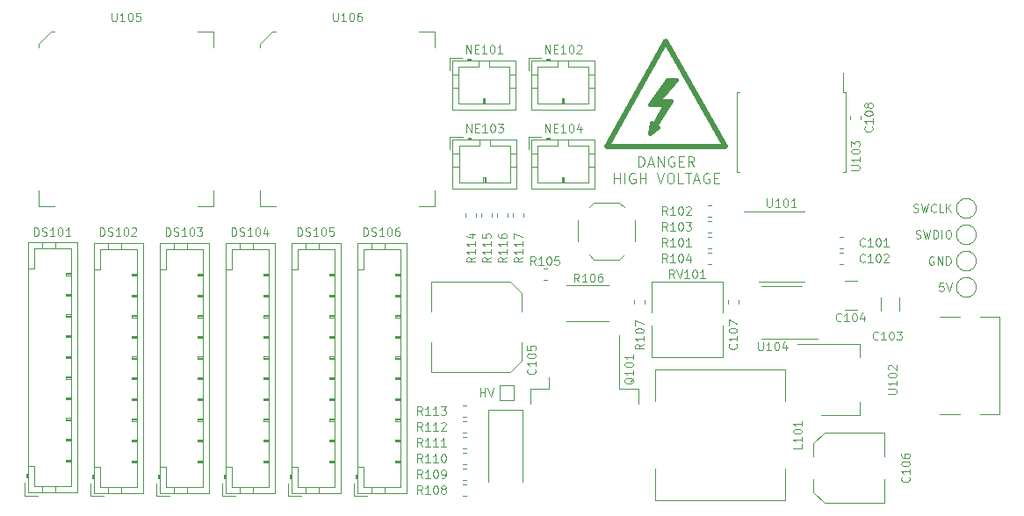
<source format=gbr>
%TF.GenerationSoftware,KiCad,Pcbnew,(5.1.6)-1*%
%TF.CreationDate,2021-01-29T14:11:21+08:00*%
%TF.ProjectId,STM32F0_Nixie_Clock,53544d33-3246-4305-9f4e-697869655f43,V3.0*%
%TF.SameCoordinates,Original*%
%TF.FileFunction,Legend,Top*%
%TF.FilePolarity,Positive*%
%FSLAX46Y46*%
G04 Gerber Fmt 4.6, Leading zero omitted, Abs format (unit mm)*
G04 Created by KiCad (PCBNEW (5.1.6)-1) date 2021-01-29 14:11:21*
%MOMM*%
%LPD*%
G01*
G04 APERTURE LIST*
%ADD10C,0.100000*%
%ADD11C,0.500000*%
%ADD12C,0.120000*%
%ADD13C,0.381000*%
%ADD14C,0.400000*%
G04 APERTURE END LIST*
D10*
X202004809Y-111067904D02*
X201623857Y-111067904D01*
X201585761Y-111448857D01*
X201623857Y-111410761D01*
X201700047Y-111372666D01*
X201890523Y-111372666D01*
X201966714Y-111410761D01*
X202004809Y-111448857D01*
X202042904Y-111525047D01*
X202042904Y-111715523D01*
X202004809Y-111791714D01*
X201966714Y-111829809D01*
X201890523Y-111867904D01*
X201700047Y-111867904D01*
X201623857Y-111829809D01*
X201585761Y-111791714D01*
X202271476Y-111067904D02*
X202538142Y-111867904D01*
X202804809Y-111067904D01*
X199338142Y-106749809D02*
X199452428Y-106787904D01*
X199642904Y-106787904D01*
X199719095Y-106749809D01*
X199757190Y-106711714D01*
X199795285Y-106635523D01*
X199795285Y-106559333D01*
X199757190Y-106483142D01*
X199719095Y-106445047D01*
X199642904Y-106406952D01*
X199490523Y-106368857D01*
X199414333Y-106330761D01*
X199376238Y-106292666D01*
X199338142Y-106216476D01*
X199338142Y-106140285D01*
X199376238Y-106064095D01*
X199414333Y-106026000D01*
X199490523Y-105987904D01*
X199681000Y-105987904D01*
X199795285Y-106026000D01*
X200061952Y-105987904D02*
X200252428Y-106787904D01*
X200404809Y-106216476D01*
X200557190Y-106787904D01*
X200747666Y-105987904D01*
X201052428Y-106787904D02*
X201052428Y-105987904D01*
X201242904Y-105987904D01*
X201357190Y-106026000D01*
X201433380Y-106102190D01*
X201471476Y-106178380D01*
X201509571Y-106330761D01*
X201509571Y-106445047D01*
X201471476Y-106597428D01*
X201433380Y-106673619D01*
X201357190Y-106749809D01*
X201242904Y-106787904D01*
X201052428Y-106787904D01*
X201852428Y-106787904D02*
X201852428Y-105987904D01*
X202385761Y-105987904D02*
X202538142Y-105987904D01*
X202614333Y-106026000D01*
X202690523Y-106102190D01*
X202728619Y-106254571D01*
X202728619Y-106521238D01*
X202690523Y-106673619D01*
X202614333Y-106749809D01*
X202538142Y-106787904D01*
X202385761Y-106787904D01*
X202309571Y-106749809D01*
X202233380Y-106673619D01*
X202195285Y-106521238D01*
X202195285Y-106254571D01*
X202233380Y-106102190D01*
X202309571Y-106026000D01*
X202385761Y-105987904D01*
X199109571Y-104209809D02*
X199223857Y-104247904D01*
X199414333Y-104247904D01*
X199490523Y-104209809D01*
X199528619Y-104171714D01*
X199566714Y-104095523D01*
X199566714Y-104019333D01*
X199528619Y-103943142D01*
X199490523Y-103905047D01*
X199414333Y-103866952D01*
X199261952Y-103828857D01*
X199185761Y-103790761D01*
X199147666Y-103752666D01*
X199109571Y-103676476D01*
X199109571Y-103600285D01*
X199147666Y-103524095D01*
X199185761Y-103486000D01*
X199261952Y-103447904D01*
X199452428Y-103447904D01*
X199566714Y-103486000D01*
X199833380Y-103447904D02*
X200023857Y-104247904D01*
X200176238Y-103676476D01*
X200328619Y-104247904D01*
X200519095Y-103447904D01*
X201281000Y-104171714D02*
X201242904Y-104209809D01*
X201128619Y-104247904D01*
X201052428Y-104247904D01*
X200938142Y-104209809D01*
X200861952Y-104133619D01*
X200823857Y-104057428D01*
X200785761Y-103905047D01*
X200785761Y-103790761D01*
X200823857Y-103638380D01*
X200861952Y-103562190D01*
X200938142Y-103486000D01*
X201052428Y-103447904D01*
X201128619Y-103447904D01*
X201242904Y-103486000D01*
X201281000Y-103524095D01*
X202004809Y-104247904D02*
X201623857Y-104247904D01*
X201623857Y-103447904D01*
X202271476Y-104247904D02*
X202271476Y-103447904D01*
X202728619Y-104247904D02*
X202385761Y-103790761D01*
X202728619Y-103447904D02*
X202271476Y-103905047D01*
D11*
X180975000Y-97891600D02*
X175260000Y-87718900D01*
X169557700Y-97878900D02*
X180975000Y-97891600D01*
X175247300Y-87718900D02*
X169545000Y-97878900D01*
D10*
X172593333Y-99855380D02*
X172593333Y-98855380D01*
X172831428Y-98855380D01*
X172974285Y-98903000D01*
X173069523Y-98998238D01*
X173117142Y-99093476D01*
X173164761Y-99283952D01*
X173164761Y-99426809D01*
X173117142Y-99617285D01*
X173069523Y-99712523D01*
X172974285Y-99807761D01*
X172831428Y-99855380D01*
X172593333Y-99855380D01*
X173545714Y-99569666D02*
X174021904Y-99569666D01*
X173450476Y-99855380D02*
X173783809Y-98855380D01*
X174117142Y-99855380D01*
X174450476Y-99855380D02*
X174450476Y-98855380D01*
X175021904Y-99855380D01*
X175021904Y-98855380D01*
X176021904Y-98903000D02*
X175926666Y-98855380D01*
X175783809Y-98855380D01*
X175640952Y-98903000D01*
X175545714Y-98998238D01*
X175498095Y-99093476D01*
X175450476Y-99283952D01*
X175450476Y-99426809D01*
X175498095Y-99617285D01*
X175545714Y-99712523D01*
X175640952Y-99807761D01*
X175783809Y-99855380D01*
X175879047Y-99855380D01*
X176021904Y-99807761D01*
X176069523Y-99760142D01*
X176069523Y-99426809D01*
X175879047Y-99426809D01*
X176498095Y-99331571D02*
X176831428Y-99331571D01*
X176974285Y-99855380D02*
X176498095Y-99855380D01*
X176498095Y-98855380D01*
X176974285Y-98855380D01*
X177974285Y-99855380D02*
X177640952Y-99379190D01*
X177402857Y-99855380D02*
X177402857Y-98855380D01*
X177783809Y-98855380D01*
X177879047Y-98903000D01*
X177926666Y-98950619D01*
X177974285Y-99045857D01*
X177974285Y-99188714D01*
X177926666Y-99283952D01*
X177879047Y-99331571D01*
X177783809Y-99379190D01*
X177402857Y-99379190D01*
X170212380Y-101455380D02*
X170212380Y-100455380D01*
X170212380Y-100931571D02*
X170783809Y-100931571D01*
X170783809Y-101455380D02*
X170783809Y-100455380D01*
X171260000Y-101455380D02*
X171260000Y-100455380D01*
X172260000Y-100503000D02*
X172164761Y-100455380D01*
X172021904Y-100455380D01*
X171879047Y-100503000D01*
X171783809Y-100598238D01*
X171736190Y-100693476D01*
X171688571Y-100883952D01*
X171688571Y-101026809D01*
X171736190Y-101217285D01*
X171783809Y-101312523D01*
X171879047Y-101407761D01*
X172021904Y-101455380D01*
X172117142Y-101455380D01*
X172260000Y-101407761D01*
X172307619Y-101360142D01*
X172307619Y-101026809D01*
X172117142Y-101026809D01*
X172736190Y-101455380D02*
X172736190Y-100455380D01*
X172736190Y-100931571D02*
X173307619Y-100931571D01*
X173307619Y-101455380D02*
X173307619Y-100455380D01*
X174402857Y-100455380D02*
X174736190Y-101455380D01*
X175069523Y-100455380D01*
X175593333Y-100455380D02*
X175783809Y-100455380D01*
X175879047Y-100503000D01*
X175974285Y-100598238D01*
X176021904Y-100788714D01*
X176021904Y-101122047D01*
X175974285Y-101312523D01*
X175879047Y-101407761D01*
X175783809Y-101455380D01*
X175593333Y-101455380D01*
X175498095Y-101407761D01*
X175402857Y-101312523D01*
X175355238Y-101122047D01*
X175355238Y-100788714D01*
X175402857Y-100598238D01*
X175498095Y-100503000D01*
X175593333Y-100455380D01*
X176926666Y-101455380D02*
X176450476Y-101455380D01*
X176450476Y-100455380D01*
X177117142Y-100455380D02*
X177688571Y-100455380D01*
X177402857Y-101455380D02*
X177402857Y-100455380D01*
X177974285Y-101169666D02*
X178450476Y-101169666D01*
X177879047Y-101455380D02*
X178212380Y-100455380D01*
X178545714Y-101455380D01*
X179402857Y-100503000D02*
X179307619Y-100455380D01*
X179164761Y-100455380D01*
X179021904Y-100503000D01*
X178926666Y-100598238D01*
X178879047Y-100693476D01*
X178831428Y-100883952D01*
X178831428Y-101026809D01*
X178879047Y-101217285D01*
X178926666Y-101312523D01*
X179021904Y-101407761D01*
X179164761Y-101455380D01*
X179260000Y-101455380D01*
X179402857Y-101407761D01*
X179450476Y-101360142D01*
X179450476Y-101026809D01*
X179260000Y-101026809D01*
X179879047Y-100931571D02*
X180212380Y-100931571D01*
X180355238Y-101455380D02*
X179879047Y-101455380D01*
X179879047Y-100455380D01*
X180355238Y-100455380D01*
X201052428Y-108566000D02*
X200976238Y-108527904D01*
X200861952Y-108527904D01*
X200747666Y-108566000D01*
X200671476Y-108642190D01*
X200633380Y-108718380D01*
X200595285Y-108870761D01*
X200595285Y-108985047D01*
X200633380Y-109137428D01*
X200671476Y-109213619D01*
X200747666Y-109289809D01*
X200861952Y-109327904D01*
X200938142Y-109327904D01*
X201052428Y-109289809D01*
X201090523Y-109251714D01*
X201090523Y-108985047D01*
X200938142Y-108985047D01*
X201433380Y-109327904D02*
X201433380Y-108527904D01*
X201890523Y-109327904D01*
X201890523Y-108527904D01*
X202271476Y-109327904D02*
X202271476Y-108527904D01*
X202461952Y-108527904D01*
X202576238Y-108566000D01*
X202652428Y-108642190D01*
X202690523Y-108718380D01*
X202728619Y-108870761D01*
X202728619Y-108985047D01*
X202690523Y-109137428D01*
X202652428Y-109213619D01*
X202576238Y-109289809D01*
X202461952Y-109327904D01*
X202271476Y-109327904D01*
X157351666Y-122027904D02*
X157351666Y-121227904D01*
X157351666Y-121608857D02*
X157808809Y-121608857D01*
X157808809Y-122027904D02*
X157808809Y-121227904D01*
X158075476Y-121227904D02*
X158342142Y-122027904D01*
X158608809Y-121227904D01*
D12*
%TO.C,C108*%
X193038000Y-95280267D02*
X193038000Y-94937733D01*
X194058000Y-95280267D02*
X194058000Y-94937733D01*
%TO.C,TP102*%
X205166000Y-111506000D02*
G75*
G03*
X205166000Y-111506000I-950000J0D01*
G01*
%TO.C,TP108*%
X205166000Y-103886000D02*
G75*
G03*
X205166000Y-103886000I-950000J0D01*
G01*
%TO.C,TP106*%
X205166000Y-106426000D02*
G75*
G03*
X205166000Y-106426000I-950000J0D01*
G01*
%TO.C,U101*%
X186367500Y-104180000D02*
X182767500Y-104180000D01*
X186367500Y-104180000D02*
X188567500Y-104180000D01*
X186367500Y-110950000D02*
X184167500Y-110950000D01*
X186367500Y-110950000D02*
X188567500Y-110950000D01*
%TO.C,U103*%
X192330000Y-92660000D02*
X192330000Y-90845000D01*
X192585000Y-92660000D02*
X192330000Y-92660000D01*
X192585000Y-96520000D02*
X192585000Y-92660000D01*
X192585000Y-100380000D02*
X192330000Y-100380000D01*
X192585000Y-96520000D02*
X192585000Y-100380000D01*
X182065000Y-92660000D02*
X182320000Y-92660000D01*
X182065000Y-96520000D02*
X182065000Y-92660000D01*
X182065000Y-100380000D02*
X182320000Y-100380000D01*
X182065000Y-96520000D02*
X182065000Y-100380000D01*
%TO.C,U106*%
X151436000Y-86846900D02*
X152929100Y-86846900D01*
X152929100Y-86846900D02*
X152929100Y-88340000D01*
X137616000Y-103653100D02*
X136122900Y-103653100D01*
X136122900Y-103653100D02*
X136122900Y-102160000D01*
X151436000Y-103653100D02*
X152929100Y-103653100D01*
X152929100Y-103653100D02*
X152929100Y-102160000D01*
X137616000Y-86846900D02*
X137298118Y-86846900D01*
X137298118Y-86846900D02*
X136122900Y-88022118D01*
X136122900Y-88022118D02*
X136122900Y-88340000D01*
%TO.C,Q101*%
X163996000Y-121256000D02*
X163996000Y-120156000D01*
X162186000Y-121256000D02*
X163996000Y-121256000D01*
X162186000Y-122756000D02*
X162186000Y-121256000D01*
X170776000Y-121256000D02*
X170776000Y-116131000D01*
X172586000Y-121256000D02*
X170776000Y-121256000D01*
X172586000Y-122756000D02*
X172586000Y-121256000D01*
%TO.C,L101*%
X174170000Y-122430000D02*
X174170000Y-119430000D01*
X174170000Y-119430000D02*
X186770000Y-119430000D01*
X186770000Y-119430000D02*
X186770000Y-122430000D01*
X186770000Y-129030000D02*
X186770000Y-132030000D01*
X186770000Y-132030000D02*
X174170000Y-132030000D01*
X174170000Y-132030000D02*
X174170000Y-129030000D01*
D13*
%TO.C,REF\u002A\u002A*%
X175514000Y-91821000D02*
X174117000Y-93726000D01*
X174117000Y-93726000D02*
X175387000Y-93726000D01*
X173863000Y-95631000D02*
X173736000Y-96647000D01*
X173736000Y-96647000D02*
X174498000Y-96012000D01*
X174498000Y-96012000D02*
X173990000Y-96266000D01*
X173990000Y-96266000D02*
X175768000Y-93472000D01*
X175768000Y-93472000D02*
X174498000Y-93472000D01*
X174498000Y-93472000D02*
X176276000Y-91440000D01*
X176276000Y-91440000D02*
X175514000Y-91948000D01*
X175514000Y-91948000D02*
X175387000Y-91440000D01*
X175387000Y-91440000D02*
X173736000Y-93853000D01*
X173736000Y-93853000D02*
X175133000Y-93853000D01*
X175133000Y-93853000D02*
X173990000Y-96139000D01*
X173990000Y-96139000D02*
X173863000Y-95631000D01*
D14*
X175387000Y-91440000D02*
X176276000Y-91440000D01*
D12*
%TO.C,C106*%
X189470000Y-131250563D02*
X190534437Y-132315000D01*
X189470000Y-126559437D02*
X190534437Y-125495000D01*
X189470000Y-126559437D02*
X189470000Y-127845000D01*
X189470000Y-131250563D02*
X189470000Y-129965000D01*
X190534437Y-132315000D02*
X196290000Y-132315000D01*
X190534437Y-125495000D02*
X196290000Y-125495000D01*
X196290000Y-125495000D02*
X196290000Y-127845000D01*
X196290000Y-132315000D02*
X196290000Y-129965000D01*
%TO.C,R117*%
X160526000Y-104678267D02*
X160526000Y-104335733D01*
X161546000Y-104678267D02*
X161546000Y-104335733D01*
%TO.C,R116*%
X159002000Y-104678267D02*
X159002000Y-104335733D01*
X160022000Y-104678267D02*
X160022000Y-104335733D01*
%TO.C,R115*%
X157478000Y-104678267D02*
X157478000Y-104335733D01*
X158498000Y-104678267D02*
X158498000Y-104335733D01*
%TO.C,R114*%
X155954000Y-104678267D02*
X155954000Y-104335733D01*
X156974000Y-104678267D02*
X156974000Y-104335733D01*
%TO.C,R113*%
X155986267Y-123954000D02*
X155643733Y-123954000D01*
X155986267Y-122934000D02*
X155643733Y-122934000D01*
%TO.C,R112*%
X155986267Y-125478000D02*
X155643733Y-125478000D01*
X155986267Y-124458000D02*
X155643733Y-124458000D01*
%TO.C,R111*%
X155986267Y-127002000D02*
X155643733Y-127002000D01*
X155986267Y-125982000D02*
X155643733Y-125982000D01*
%TO.C,R110*%
X155986267Y-128526000D02*
X155643733Y-128526000D01*
X155986267Y-127506000D02*
X155643733Y-127506000D01*
%TO.C,R109*%
X155986267Y-130050000D02*
X155643733Y-130050000D01*
X155986267Y-129030000D02*
X155643733Y-129030000D01*
%TO.C,R108*%
X155986267Y-131574000D02*
X155643733Y-131574000D01*
X155986267Y-130554000D02*
X155643733Y-130554000D01*
%TO.C,U105*%
X130100000Y-86846900D02*
X131593100Y-86846900D01*
X131593100Y-86846900D02*
X131593100Y-88340000D01*
X116280000Y-103653100D02*
X114786900Y-103653100D01*
X114786900Y-103653100D02*
X114786900Y-102160000D01*
X130100000Y-103653100D02*
X131593100Y-103653100D01*
X131593100Y-103653100D02*
X131593100Y-102160000D01*
X116280000Y-86846900D02*
X115962118Y-86846900D01*
X115962118Y-86846900D02*
X114786900Y-88022118D01*
X114786900Y-88022118D02*
X114786900Y-88340000D01*
%TO.C,DS103*%
X126460000Y-131346000D02*
X131180000Y-131346000D01*
X131180000Y-131346000D02*
X131180000Y-107226000D01*
X131180000Y-107226000D02*
X126460000Y-107226000D01*
X126460000Y-107226000D02*
X126460000Y-131346000D01*
X126460000Y-129586000D02*
X126260000Y-129586000D01*
X126260000Y-129586000D02*
X126260000Y-129886000D01*
X126260000Y-129886000D02*
X126460000Y-129886000D01*
X126360000Y-129586000D02*
X126360000Y-129886000D01*
X126460000Y-128786000D02*
X127070000Y-128786000D01*
X127070000Y-128786000D02*
X127070000Y-130736000D01*
X127070000Y-130736000D02*
X130570000Y-130736000D01*
X130570000Y-130736000D02*
X130570000Y-107836000D01*
X130570000Y-107836000D02*
X127070000Y-107836000D01*
X127070000Y-107836000D02*
X127070000Y-109786000D01*
X127070000Y-109786000D02*
X126460000Y-109786000D01*
X127770000Y-131346000D02*
X127770000Y-130736000D01*
X129070000Y-131346000D02*
X129070000Y-130736000D01*
X127770000Y-107226000D02*
X127770000Y-107836000D01*
X129070000Y-107226000D02*
X129070000Y-107836000D01*
X130570000Y-128386000D02*
X130070000Y-128386000D01*
X130070000Y-128386000D02*
X130070000Y-128186000D01*
X130070000Y-128186000D02*
X130570000Y-128186000D01*
X130570000Y-128286000D02*
X130070000Y-128286000D01*
X130570000Y-126386000D02*
X130070000Y-126386000D01*
X130070000Y-126386000D02*
X130070000Y-126186000D01*
X130070000Y-126186000D02*
X130570000Y-126186000D01*
X130570000Y-126286000D02*
X130070000Y-126286000D01*
X130570000Y-124386000D02*
X130070000Y-124386000D01*
X130070000Y-124386000D02*
X130070000Y-124186000D01*
X130070000Y-124186000D02*
X130570000Y-124186000D01*
X130570000Y-124286000D02*
X130070000Y-124286000D01*
X130570000Y-122386000D02*
X130070000Y-122386000D01*
X130070000Y-122386000D02*
X130070000Y-122186000D01*
X130070000Y-122186000D02*
X130570000Y-122186000D01*
X130570000Y-122286000D02*
X130070000Y-122286000D01*
X130570000Y-120386000D02*
X130070000Y-120386000D01*
X130070000Y-120386000D02*
X130070000Y-120186000D01*
X130070000Y-120186000D02*
X130570000Y-120186000D01*
X130570000Y-120286000D02*
X130070000Y-120286000D01*
X130570000Y-118386000D02*
X130070000Y-118386000D01*
X130070000Y-118386000D02*
X130070000Y-118186000D01*
X130070000Y-118186000D02*
X130570000Y-118186000D01*
X130570000Y-118286000D02*
X130070000Y-118286000D01*
X130570000Y-116386000D02*
X130070000Y-116386000D01*
X130070000Y-116386000D02*
X130070000Y-116186000D01*
X130070000Y-116186000D02*
X130570000Y-116186000D01*
X130570000Y-116286000D02*
X130070000Y-116286000D01*
X130570000Y-114386000D02*
X130070000Y-114386000D01*
X130070000Y-114386000D02*
X130070000Y-114186000D01*
X130070000Y-114186000D02*
X130570000Y-114186000D01*
X130570000Y-114286000D02*
X130070000Y-114286000D01*
X130570000Y-112386000D02*
X130070000Y-112386000D01*
X130070000Y-112386000D02*
X130070000Y-112186000D01*
X130070000Y-112186000D02*
X130570000Y-112186000D01*
X130570000Y-112286000D02*
X130070000Y-112286000D01*
X130570000Y-110386000D02*
X130070000Y-110386000D01*
X130070000Y-110386000D02*
X130070000Y-110186000D01*
X130070000Y-110186000D02*
X130570000Y-110186000D01*
X130570000Y-110286000D02*
X130070000Y-110286000D01*
X126160000Y-130396000D02*
X126160000Y-131646000D01*
X126160000Y-131646000D02*
X127410000Y-131646000D01*
%TO.C,DS102*%
X120110000Y-131346000D02*
X124830000Y-131346000D01*
X124830000Y-131346000D02*
X124830000Y-107226000D01*
X124830000Y-107226000D02*
X120110000Y-107226000D01*
X120110000Y-107226000D02*
X120110000Y-131346000D01*
X120110000Y-129586000D02*
X119910000Y-129586000D01*
X119910000Y-129586000D02*
X119910000Y-129886000D01*
X119910000Y-129886000D02*
X120110000Y-129886000D01*
X120010000Y-129586000D02*
X120010000Y-129886000D01*
X120110000Y-128786000D02*
X120720000Y-128786000D01*
X120720000Y-128786000D02*
X120720000Y-130736000D01*
X120720000Y-130736000D02*
X124220000Y-130736000D01*
X124220000Y-130736000D02*
X124220000Y-107836000D01*
X124220000Y-107836000D02*
X120720000Y-107836000D01*
X120720000Y-107836000D02*
X120720000Y-109786000D01*
X120720000Y-109786000D02*
X120110000Y-109786000D01*
X121420000Y-131346000D02*
X121420000Y-130736000D01*
X122720000Y-131346000D02*
X122720000Y-130736000D01*
X121420000Y-107226000D02*
X121420000Y-107836000D01*
X122720000Y-107226000D02*
X122720000Y-107836000D01*
X124220000Y-128386000D02*
X123720000Y-128386000D01*
X123720000Y-128386000D02*
X123720000Y-128186000D01*
X123720000Y-128186000D02*
X124220000Y-128186000D01*
X124220000Y-128286000D02*
X123720000Y-128286000D01*
X124220000Y-126386000D02*
X123720000Y-126386000D01*
X123720000Y-126386000D02*
X123720000Y-126186000D01*
X123720000Y-126186000D02*
X124220000Y-126186000D01*
X124220000Y-126286000D02*
X123720000Y-126286000D01*
X124220000Y-124386000D02*
X123720000Y-124386000D01*
X123720000Y-124386000D02*
X123720000Y-124186000D01*
X123720000Y-124186000D02*
X124220000Y-124186000D01*
X124220000Y-124286000D02*
X123720000Y-124286000D01*
X124220000Y-122386000D02*
X123720000Y-122386000D01*
X123720000Y-122386000D02*
X123720000Y-122186000D01*
X123720000Y-122186000D02*
X124220000Y-122186000D01*
X124220000Y-122286000D02*
X123720000Y-122286000D01*
X124220000Y-120386000D02*
X123720000Y-120386000D01*
X123720000Y-120386000D02*
X123720000Y-120186000D01*
X123720000Y-120186000D02*
X124220000Y-120186000D01*
X124220000Y-120286000D02*
X123720000Y-120286000D01*
X124220000Y-118386000D02*
X123720000Y-118386000D01*
X123720000Y-118386000D02*
X123720000Y-118186000D01*
X123720000Y-118186000D02*
X124220000Y-118186000D01*
X124220000Y-118286000D02*
X123720000Y-118286000D01*
X124220000Y-116386000D02*
X123720000Y-116386000D01*
X123720000Y-116386000D02*
X123720000Y-116186000D01*
X123720000Y-116186000D02*
X124220000Y-116186000D01*
X124220000Y-116286000D02*
X123720000Y-116286000D01*
X124220000Y-114386000D02*
X123720000Y-114386000D01*
X123720000Y-114386000D02*
X123720000Y-114186000D01*
X123720000Y-114186000D02*
X124220000Y-114186000D01*
X124220000Y-114286000D02*
X123720000Y-114286000D01*
X124220000Y-112386000D02*
X123720000Y-112386000D01*
X123720000Y-112386000D02*
X123720000Y-112186000D01*
X123720000Y-112186000D02*
X124220000Y-112186000D01*
X124220000Y-112286000D02*
X123720000Y-112286000D01*
X124220000Y-110386000D02*
X123720000Y-110386000D01*
X123720000Y-110386000D02*
X123720000Y-110186000D01*
X123720000Y-110186000D02*
X124220000Y-110186000D01*
X124220000Y-110286000D02*
X123720000Y-110286000D01*
X119810000Y-130396000D02*
X119810000Y-131646000D01*
X119810000Y-131646000D02*
X121060000Y-131646000D01*
%TO.C,R103*%
X179293733Y-105154000D02*
X179636267Y-105154000D01*
X179293733Y-106174000D02*
X179636267Y-106174000D01*
%TO.C,C105*%
X152612000Y-110956000D02*
X152612000Y-113806000D01*
X152612000Y-119676000D02*
X152612000Y-116826000D01*
X160267563Y-119676000D02*
X152612000Y-119676000D01*
X160267563Y-110956000D02*
X152612000Y-110956000D01*
X161332000Y-112020437D02*
X161332000Y-113806000D01*
X161332000Y-118611563D02*
X161332000Y-116826000D01*
X161332000Y-118611563D02*
X160267563Y-119676000D01*
X161332000Y-112020437D02*
X160267563Y-110956000D01*
%TO.C,U104*%
X186401000Y-116479000D02*
X189851000Y-116479000D01*
X186401000Y-116479000D02*
X184451000Y-116479000D01*
X186401000Y-111359000D02*
X188351000Y-111359000D01*
X186401000Y-111359000D02*
X184451000Y-111359000D01*
%TO.C,TP109*%
X159193000Y-120966000D02*
X160593000Y-120966000D01*
X160593000Y-120966000D02*
X160593000Y-122366000D01*
X160593000Y-122366000D02*
X159193000Y-122366000D01*
X159193000Y-122366000D02*
X159193000Y-120966000D01*
%TO.C,RV101*%
X173872000Y-118234000D02*
X173872000Y-115204000D01*
X173872000Y-113904000D02*
X173872000Y-110994000D01*
X180712000Y-118234000D02*
X180712000Y-115204000D01*
X180712000Y-113904000D02*
X180712000Y-110994000D01*
X173872000Y-118234000D02*
X180712000Y-118234000D01*
X173872000Y-110994000D02*
X180712000Y-110994000D01*
%TO.C,R106*%
X165648436Y-111320000D02*
X169752564Y-111320000D01*
X165648436Y-114740000D02*
X169752564Y-114740000D01*
%TO.C,P101*%
X207400000Y-123700000D02*
X207400000Y-114300000D01*
X201600000Y-114300000D02*
X203600000Y-114300000D01*
X205500000Y-114300000D02*
X207400000Y-114300000D01*
X201600000Y-123700000D02*
X203600000Y-123700000D01*
X205500000Y-123700000D02*
X207400000Y-123700000D01*
%TO.C,NE104*%
X162278000Y-97250000D02*
X162278000Y-101970000D01*
X162278000Y-101970000D02*
X168398000Y-101970000D01*
X168398000Y-101970000D02*
X168398000Y-97250000D01*
X168398000Y-97250000D02*
X162278000Y-97250000D01*
X164038000Y-97250000D02*
X164038000Y-97050000D01*
X164038000Y-97050000D02*
X163738000Y-97050000D01*
X163738000Y-97050000D02*
X163738000Y-97250000D01*
X164038000Y-97150000D02*
X163738000Y-97150000D01*
X164838000Y-97250000D02*
X164838000Y-97860000D01*
X164838000Y-97860000D02*
X162888000Y-97860000D01*
X162888000Y-97860000D02*
X162888000Y-101360000D01*
X162888000Y-101360000D02*
X167788000Y-101360000D01*
X167788000Y-101360000D02*
X167788000Y-97860000D01*
X167788000Y-97860000D02*
X165838000Y-97860000D01*
X165838000Y-97860000D02*
X165838000Y-97250000D01*
X162278000Y-98560000D02*
X162888000Y-98560000D01*
X162278000Y-99860000D02*
X162888000Y-99860000D01*
X168398000Y-98560000D02*
X167788000Y-98560000D01*
X168398000Y-99860000D02*
X167788000Y-99860000D01*
X165238000Y-101360000D02*
X165238000Y-100860000D01*
X165238000Y-100860000D02*
X165438000Y-100860000D01*
X165438000Y-100860000D02*
X165438000Y-101360000D01*
X165338000Y-101360000D02*
X165338000Y-100860000D01*
X163228000Y-96950000D02*
X161978000Y-96950000D01*
X161978000Y-96950000D02*
X161978000Y-98200000D01*
%TO.C,NE103*%
X154390000Y-96950000D02*
X154390000Y-98200000D01*
X155640000Y-96950000D02*
X154390000Y-96950000D01*
X157750000Y-101360000D02*
X157750000Y-100860000D01*
X157850000Y-100860000D02*
X157850000Y-101360000D01*
X157650000Y-100860000D02*
X157850000Y-100860000D01*
X157650000Y-101360000D02*
X157650000Y-100860000D01*
X160810000Y-99860000D02*
X160200000Y-99860000D01*
X160810000Y-98560000D02*
X160200000Y-98560000D01*
X154690000Y-99860000D02*
X155300000Y-99860000D01*
X154690000Y-98560000D02*
X155300000Y-98560000D01*
X158250000Y-97860000D02*
X158250000Y-97250000D01*
X160200000Y-97860000D02*
X158250000Y-97860000D01*
X160200000Y-101360000D02*
X160200000Y-97860000D01*
X155300000Y-101360000D02*
X160200000Y-101360000D01*
X155300000Y-97860000D02*
X155300000Y-101360000D01*
X157250000Y-97860000D02*
X155300000Y-97860000D01*
X157250000Y-97250000D02*
X157250000Y-97860000D01*
X156450000Y-97150000D02*
X156150000Y-97150000D01*
X156150000Y-97050000D02*
X156150000Y-97250000D01*
X156450000Y-97050000D02*
X156150000Y-97050000D01*
X156450000Y-97250000D02*
X156450000Y-97050000D01*
X160810000Y-97250000D02*
X154690000Y-97250000D01*
X160810000Y-101970000D02*
X160810000Y-97250000D01*
X154690000Y-101970000D02*
X160810000Y-101970000D01*
X154690000Y-97250000D02*
X154690000Y-101970000D01*
%TO.C,NE102*%
X162278000Y-89630000D02*
X162278000Y-94350000D01*
X162278000Y-94350000D02*
X168398000Y-94350000D01*
X168398000Y-94350000D02*
X168398000Y-89630000D01*
X168398000Y-89630000D02*
X162278000Y-89630000D01*
X164038000Y-89630000D02*
X164038000Y-89430000D01*
X164038000Y-89430000D02*
X163738000Y-89430000D01*
X163738000Y-89430000D02*
X163738000Y-89630000D01*
X164038000Y-89530000D02*
X163738000Y-89530000D01*
X164838000Y-89630000D02*
X164838000Y-90240000D01*
X164838000Y-90240000D02*
X162888000Y-90240000D01*
X162888000Y-90240000D02*
X162888000Y-93740000D01*
X162888000Y-93740000D02*
X167788000Y-93740000D01*
X167788000Y-93740000D02*
X167788000Y-90240000D01*
X167788000Y-90240000D02*
X165838000Y-90240000D01*
X165838000Y-90240000D02*
X165838000Y-89630000D01*
X162278000Y-90940000D02*
X162888000Y-90940000D01*
X162278000Y-92240000D02*
X162888000Y-92240000D01*
X168398000Y-90940000D02*
X167788000Y-90940000D01*
X168398000Y-92240000D02*
X167788000Y-92240000D01*
X165238000Y-93740000D02*
X165238000Y-93240000D01*
X165238000Y-93240000D02*
X165438000Y-93240000D01*
X165438000Y-93240000D02*
X165438000Y-93740000D01*
X165338000Y-93740000D02*
X165338000Y-93240000D01*
X163228000Y-89330000D02*
X161978000Y-89330000D01*
X161978000Y-89330000D02*
X161978000Y-90580000D01*
%TO.C,NE101*%
X154658000Y-89630000D02*
X154658000Y-94350000D01*
X154658000Y-94350000D02*
X160778000Y-94350000D01*
X160778000Y-94350000D02*
X160778000Y-89630000D01*
X160778000Y-89630000D02*
X154658000Y-89630000D01*
X156418000Y-89630000D02*
X156418000Y-89430000D01*
X156418000Y-89430000D02*
X156118000Y-89430000D01*
X156118000Y-89430000D02*
X156118000Y-89630000D01*
X156418000Y-89530000D02*
X156118000Y-89530000D01*
X157218000Y-89630000D02*
X157218000Y-90240000D01*
X157218000Y-90240000D02*
X155268000Y-90240000D01*
X155268000Y-90240000D02*
X155268000Y-93740000D01*
X155268000Y-93740000D02*
X160168000Y-93740000D01*
X160168000Y-93740000D02*
X160168000Y-90240000D01*
X160168000Y-90240000D02*
X158218000Y-90240000D01*
X158218000Y-90240000D02*
X158218000Y-89630000D01*
X154658000Y-90940000D02*
X155268000Y-90940000D01*
X154658000Y-92240000D02*
X155268000Y-92240000D01*
X160778000Y-90940000D02*
X160168000Y-90940000D01*
X160778000Y-92240000D02*
X160168000Y-92240000D01*
X157618000Y-93740000D02*
X157618000Y-93240000D01*
X157618000Y-93240000D02*
X157818000Y-93240000D01*
X157818000Y-93240000D02*
X157818000Y-93740000D01*
X157718000Y-93740000D02*
X157718000Y-93240000D01*
X155608000Y-89330000D02*
X154358000Y-89330000D01*
X154358000Y-89330000D02*
X154358000Y-90580000D01*
%TO.C,TP105*%
X205166000Y-108966000D02*
G75*
G03*
X205166000Y-108966000I-950000J0D01*
G01*
%TO.C,U102*%
X187924000Y-116986000D02*
X193934000Y-116986000D01*
X190174000Y-123806000D02*
X193934000Y-123806000D01*
X193934000Y-116986000D02*
X193934000Y-118246000D01*
X193934000Y-123806000D02*
X193934000Y-122546000D01*
%TO.C,SW101*%
X168270000Y-103300000D02*
X170770000Y-103300000D01*
X166770000Y-105050000D02*
X166770000Y-107050000D01*
X168270000Y-108800000D02*
X170770000Y-108800000D01*
X172270000Y-105050000D02*
X172270000Y-107050000D01*
X167820000Y-103750000D02*
X168270000Y-103300000D01*
X171220000Y-103750000D02*
X170770000Y-103300000D01*
X171220000Y-108350000D02*
X170770000Y-108800000D01*
X167820000Y-108350000D02*
X168270000Y-108800000D01*
%TO.C,R107*%
X173230000Y-112717733D02*
X173230000Y-113060267D01*
X172210000Y-112717733D02*
X172210000Y-113060267D01*
%TO.C,R105*%
X163418733Y-109726000D02*
X163761267Y-109726000D01*
X163418733Y-110746000D02*
X163761267Y-110746000D01*
%TO.C,R104*%
X179293733Y-108202000D02*
X179636267Y-108202000D01*
X179293733Y-109222000D02*
X179636267Y-109222000D01*
%TO.C,R102*%
X179293733Y-103630000D02*
X179636267Y-103630000D01*
X179293733Y-104650000D02*
X179636267Y-104650000D01*
%TO.C,R101*%
X179293733Y-106678000D02*
X179636267Y-106678000D01*
X179293733Y-107698000D02*
X179636267Y-107698000D01*
%TO.C,DS106*%
X145510000Y-131346000D02*
X150230000Y-131346000D01*
X150230000Y-131346000D02*
X150230000Y-107226000D01*
X150230000Y-107226000D02*
X145510000Y-107226000D01*
X145510000Y-107226000D02*
X145510000Y-131346000D01*
X145510000Y-129586000D02*
X145310000Y-129586000D01*
X145310000Y-129586000D02*
X145310000Y-129886000D01*
X145310000Y-129886000D02*
X145510000Y-129886000D01*
X145410000Y-129586000D02*
X145410000Y-129886000D01*
X145510000Y-128786000D02*
X146120000Y-128786000D01*
X146120000Y-128786000D02*
X146120000Y-130736000D01*
X146120000Y-130736000D02*
X149620000Y-130736000D01*
X149620000Y-130736000D02*
X149620000Y-107836000D01*
X149620000Y-107836000D02*
X146120000Y-107836000D01*
X146120000Y-107836000D02*
X146120000Y-109786000D01*
X146120000Y-109786000D02*
X145510000Y-109786000D01*
X146820000Y-131346000D02*
X146820000Y-130736000D01*
X148120000Y-131346000D02*
X148120000Y-130736000D01*
X146820000Y-107226000D02*
X146820000Y-107836000D01*
X148120000Y-107226000D02*
X148120000Y-107836000D01*
X149620000Y-128386000D02*
X149120000Y-128386000D01*
X149120000Y-128386000D02*
X149120000Y-128186000D01*
X149120000Y-128186000D02*
X149620000Y-128186000D01*
X149620000Y-128286000D02*
X149120000Y-128286000D01*
X149620000Y-126386000D02*
X149120000Y-126386000D01*
X149120000Y-126386000D02*
X149120000Y-126186000D01*
X149120000Y-126186000D02*
X149620000Y-126186000D01*
X149620000Y-126286000D02*
X149120000Y-126286000D01*
X149620000Y-124386000D02*
X149120000Y-124386000D01*
X149120000Y-124386000D02*
X149120000Y-124186000D01*
X149120000Y-124186000D02*
X149620000Y-124186000D01*
X149620000Y-124286000D02*
X149120000Y-124286000D01*
X149620000Y-122386000D02*
X149120000Y-122386000D01*
X149120000Y-122386000D02*
X149120000Y-122186000D01*
X149120000Y-122186000D02*
X149620000Y-122186000D01*
X149620000Y-122286000D02*
X149120000Y-122286000D01*
X149620000Y-120386000D02*
X149120000Y-120386000D01*
X149120000Y-120386000D02*
X149120000Y-120186000D01*
X149120000Y-120186000D02*
X149620000Y-120186000D01*
X149620000Y-120286000D02*
X149120000Y-120286000D01*
X149620000Y-118386000D02*
X149120000Y-118386000D01*
X149120000Y-118386000D02*
X149120000Y-118186000D01*
X149120000Y-118186000D02*
X149620000Y-118186000D01*
X149620000Y-118286000D02*
X149120000Y-118286000D01*
X149620000Y-116386000D02*
X149120000Y-116386000D01*
X149120000Y-116386000D02*
X149120000Y-116186000D01*
X149120000Y-116186000D02*
X149620000Y-116186000D01*
X149620000Y-116286000D02*
X149120000Y-116286000D01*
X149620000Y-114386000D02*
X149120000Y-114386000D01*
X149120000Y-114386000D02*
X149120000Y-114186000D01*
X149120000Y-114186000D02*
X149620000Y-114186000D01*
X149620000Y-114286000D02*
X149120000Y-114286000D01*
X149620000Y-112386000D02*
X149120000Y-112386000D01*
X149120000Y-112386000D02*
X149120000Y-112186000D01*
X149120000Y-112186000D02*
X149620000Y-112186000D01*
X149620000Y-112286000D02*
X149120000Y-112286000D01*
X149620000Y-110386000D02*
X149120000Y-110386000D01*
X149120000Y-110386000D02*
X149120000Y-110186000D01*
X149120000Y-110186000D02*
X149620000Y-110186000D01*
X149620000Y-110286000D02*
X149120000Y-110286000D01*
X145210000Y-130396000D02*
X145210000Y-131646000D01*
X145210000Y-131646000D02*
X146460000Y-131646000D01*
%TO.C,DS105*%
X139160000Y-131346000D02*
X143880000Y-131346000D01*
X143880000Y-131346000D02*
X143880000Y-107226000D01*
X143880000Y-107226000D02*
X139160000Y-107226000D01*
X139160000Y-107226000D02*
X139160000Y-131346000D01*
X139160000Y-129586000D02*
X138960000Y-129586000D01*
X138960000Y-129586000D02*
X138960000Y-129886000D01*
X138960000Y-129886000D02*
X139160000Y-129886000D01*
X139060000Y-129586000D02*
X139060000Y-129886000D01*
X139160000Y-128786000D02*
X139770000Y-128786000D01*
X139770000Y-128786000D02*
X139770000Y-130736000D01*
X139770000Y-130736000D02*
X143270000Y-130736000D01*
X143270000Y-130736000D02*
X143270000Y-107836000D01*
X143270000Y-107836000D02*
X139770000Y-107836000D01*
X139770000Y-107836000D02*
X139770000Y-109786000D01*
X139770000Y-109786000D02*
X139160000Y-109786000D01*
X140470000Y-131346000D02*
X140470000Y-130736000D01*
X141770000Y-131346000D02*
X141770000Y-130736000D01*
X140470000Y-107226000D02*
X140470000Y-107836000D01*
X141770000Y-107226000D02*
X141770000Y-107836000D01*
X143270000Y-128386000D02*
X142770000Y-128386000D01*
X142770000Y-128386000D02*
X142770000Y-128186000D01*
X142770000Y-128186000D02*
X143270000Y-128186000D01*
X143270000Y-128286000D02*
X142770000Y-128286000D01*
X143270000Y-126386000D02*
X142770000Y-126386000D01*
X142770000Y-126386000D02*
X142770000Y-126186000D01*
X142770000Y-126186000D02*
X143270000Y-126186000D01*
X143270000Y-126286000D02*
X142770000Y-126286000D01*
X143270000Y-124386000D02*
X142770000Y-124386000D01*
X142770000Y-124386000D02*
X142770000Y-124186000D01*
X142770000Y-124186000D02*
X143270000Y-124186000D01*
X143270000Y-124286000D02*
X142770000Y-124286000D01*
X143270000Y-122386000D02*
X142770000Y-122386000D01*
X142770000Y-122386000D02*
X142770000Y-122186000D01*
X142770000Y-122186000D02*
X143270000Y-122186000D01*
X143270000Y-122286000D02*
X142770000Y-122286000D01*
X143270000Y-120386000D02*
X142770000Y-120386000D01*
X142770000Y-120386000D02*
X142770000Y-120186000D01*
X142770000Y-120186000D02*
X143270000Y-120186000D01*
X143270000Y-120286000D02*
X142770000Y-120286000D01*
X143270000Y-118386000D02*
X142770000Y-118386000D01*
X142770000Y-118386000D02*
X142770000Y-118186000D01*
X142770000Y-118186000D02*
X143270000Y-118186000D01*
X143270000Y-118286000D02*
X142770000Y-118286000D01*
X143270000Y-116386000D02*
X142770000Y-116386000D01*
X142770000Y-116386000D02*
X142770000Y-116186000D01*
X142770000Y-116186000D02*
X143270000Y-116186000D01*
X143270000Y-116286000D02*
X142770000Y-116286000D01*
X143270000Y-114386000D02*
X142770000Y-114386000D01*
X142770000Y-114386000D02*
X142770000Y-114186000D01*
X142770000Y-114186000D02*
X143270000Y-114186000D01*
X143270000Y-114286000D02*
X142770000Y-114286000D01*
X143270000Y-112386000D02*
X142770000Y-112386000D01*
X142770000Y-112386000D02*
X142770000Y-112186000D01*
X142770000Y-112186000D02*
X143270000Y-112186000D01*
X143270000Y-112286000D02*
X142770000Y-112286000D01*
X143270000Y-110386000D02*
X142770000Y-110386000D01*
X142770000Y-110386000D02*
X142770000Y-110186000D01*
X142770000Y-110186000D02*
X143270000Y-110186000D01*
X143270000Y-110286000D02*
X142770000Y-110286000D01*
X138860000Y-130396000D02*
X138860000Y-131646000D01*
X138860000Y-131646000D02*
X140110000Y-131646000D01*
%TO.C,DS104*%
X132510000Y-131646000D02*
X133760000Y-131646000D01*
X132510000Y-130396000D02*
X132510000Y-131646000D01*
X136920000Y-110286000D02*
X136420000Y-110286000D01*
X136420000Y-110186000D02*
X136920000Y-110186000D01*
X136420000Y-110386000D02*
X136420000Y-110186000D01*
X136920000Y-110386000D02*
X136420000Y-110386000D01*
X136920000Y-112286000D02*
X136420000Y-112286000D01*
X136420000Y-112186000D02*
X136920000Y-112186000D01*
X136420000Y-112386000D02*
X136420000Y-112186000D01*
X136920000Y-112386000D02*
X136420000Y-112386000D01*
X136920000Y-114286000D02*
X136420000Y-114286000D01*
X136420000Y-114186000D02*
X136920000Y-114186000D01*
X136420000Y-114386000D02*
X136420000Y-114186000D01*
X136920000Y-114386000D02*
X136420000Y-114386000D01*
X136920000Y-116286000D02*
X136420000Y-116286000D01*
X136420000Y-116186000D02*
X136920000Y-116186000D01*
X136420000Y-116386000D02*
X136420000Y-116186000D01*
X136920000Y-116386000D02*
X136420000Y-116386000D01*
X136920000Y-118286000D02*
X136420000Y-118286000D01*
X136420000Y-118186000D02*
X136920000Y-118186000D01*
X136420000Y-118386000D02*
X136420000Y-118186000D01*
X136920000Y-118386000D02*
X136420000Y-118386000D01*
X136920000Y-120286000D02*
X136420000Y-120286000D01*
X136420000Y-120186000D02*
X136920000Y-120186000D01*
X136420000Y-120386000D02*
X136420000Y-120186000D01*
X136920000Y-120386000D02*
X136420000Y-120386000D01*
X136920000Y-122286000D02*
X136420000Y-122286000D01*
X136420000Y-122186000D02*
X136920000Y-122186000D01*
X136420000Y-122386000D02*
X136420000Y-122186000D01*
X136920000Y-122386000D02*
X136420000Y-122386000D01*
X136920000Y-124286000D02*
X136420000Y-124286000D01*
X136420000Y-124186000D02*
X136920000Y-124186000D01*
X136420000Y-124386000D02*
X136420000Y-124186000D01*
X136920000Y-124386000D02*
X136420000Y-124386000D01*
X136920000Y-126286000D02*
X136420000Y-126286000D01*
X136420000Y-126186000D02*
X136920000Y-126186000D01*
X136420000Y-126386000D02*
X136420000Y-126186000D01*
X136920000Y-126386000D02*
X136420000Y-126386000D01*
X136920000Y-128286000D02*
X136420000Y-128286000D01*
X136420000Y-128186000D02*
X136920000Y-128186000D01*
X136420000Y-128386000D02*
X136420000Y-128186000D01*
X136920000Y-128386000D02*
X136420000Y-128386000D01*
X135420000Y-107226000D02*
X135420000Y-107836000D01*
X134120000Y-107226000D02*
X134120000Y-107836000D01*
X135420000Y-131346000D02*
X135420000Y-130736000D01*
X134120000Y-131346000D02*
X134120000Y-130736000D01*
X133420000Y-109786000D02*
X132810000Y-109786000D01*
X133420000Y-107836000D02*
X133420000Y-109786000D01*
X136920000Y-107836000D02*
X133420000Y-107836000D01*
X136920000Y-130736000D02*
X136920000Y-107836000D01*
X133420000Y-130736000D02*
X136920000Y-130736000D01*
X133420000Y-128786000D02*
X133420000Y-130736000D01*
X132810000Y-128786000D02*
X133420000Y-128786000D01*
X132710000Y-129586000D02*
X132710000Y-129886000D01*
X132610000Y-129886000D02*
X132810000Y-129886000D01*
X132610000Y-129586000D02*
X132610000Y-129886000D01*
X132810000Y-129586000D02*
X132610000Y-129586000D01*
X132810000Y-107226000D02*
X132810000Y-131346000D01*
X137530000Y-107226000D02*
X132810000Y-107226000D01*
X137530000Y-131346000D02*
X137530000Y-107226000D01*
X132810000Y-131346000D02*
X137530000Y-131346000D01*
%TO.C,DS101*%
X113760000Y-131280000D02*
X118480000Y-131280000D01*
X118480000Y-131280000D02*
X118480000Y-107160000D01*
X118480000Y-107160000D02*
X113760000Y-107160000D01*
X113760000Y-107160000D02*
X113760000Y-131280000D01*
X113760000Y-129520000D02*
X113560000Y-129520000D01*
X113560000Y-129520000D02*
X113560000Y-129820000D01*
X113560000Y-129820000D02*
X113760000Y-129820000D01*
X113660000Y-129520000D02*
X113660000Y-129820000D01*
X113760000Y-128720000D02*
X114370000Y-128720000D01*
X114370000Y-128720000D02*
X114370000Y-130670000D01*
X114370000Y-130670000D02*
X117870000Y-130670000D01*
X117870000Y-130670000D02*
X117870000Y-107770000D01*
X117870000Y-107770000D02*
X114370000Y-107770000D01*
X114370000Y-107770000D02*
X114370000Y-109720000D01*
X114370000Y-109720000D02*
X113760000Y-109720000D01*
X115070000Y-131280000D02*
X115070000Y-130670000D01*
X116370000Y-131280000D02*
X116370000Y-130670000D01*
X115070000Y-107160000D02*
X115070000Y-107770000D01*
X116370000Y-107160000D02*
X116370000Y-107770000D01*
X117870000Y-128320000D02*
X117370000Y-128320000D01*
X117370000Y-128320000D02*
X117370000Y-128120000D01*
X117370000Y-128120000D02*
X117870000Y-128120000D01*
X117870000Y-128220000D02*
X117370000Y-128220000D01*
X117870000Y-126320000D02*
X117370000Y-126320000D01*
X117370000Y-126320000D02*
X117370000Y-126120000D01*
X117370000Y-126120000D02*
X117870000Y-126120000D01*
X117870000Y-126220000D02*
X117370000Y-126220000D01*
X117870000Y-124320000D02*
X117370000Y-124320000D01*
X117370000Y-124320000D02*
X117370000Y-124120000D01*
X117370000Y-124120000D02*
X117870000Y-124120000D01*
X117870000Y-124220000D02*
X117370000Y-124220000D01*
X117870000Y-122320000D02*
X117370000Y-122320000D01*
X117370000Y-122320000D02*
X117370000Y-122120000D01*
X117370000Y-122120000D02*
X117870000Y-122120000D01*
X117870000Y-122220000D02*
X117370000Y-122220000D01*
X117870000Y-120320000D02*
X117370000Y-120320000D01*
X117370000Y-120320000D02*
X117370000Y-120120000D01*
X117370000Y-120120000D02*
X117870000Y-120120000D01*
X117870000Y-120220000D02*
X117370000Y-120220000D01*
X117870000Y-118320000D02*
X117370000Y-118320000D01*
X117370000Y-118320000D02*
X117370000Y-118120000D01*
X117370000Y-118120000D02*
X117870000Y-118120000D01*
X117870000Y-118220000D02*
X117370000Y-118220000D01*
X117870000Y-116320000D02*
X117370000Y-116320000D01*
X117370000Y-116320000D02*
X117370000Y-116120000D01*
X117370000Y-116120000D02*
X117870000Y-116120000D01*
X117870000Y-116220000D02*
X117370000Y-116220000D01*
X117870000Y-114320000D02*
X117370000Y-114320000D01*
X117370000Y-114320000D02*
X117370000Y-114120000D01*
X117370000Y-114120000D02*
X117870000Y-114120000D01*
X117870000Y-114220000D02*
X117370000Y-114220000D01*
X117870000Y-112320000D02*
X117370000Y-112320000D01*
X117370000Y-112320000D02*
X117370000Y-112120000D01*
X117370000Y-112120000D02*
X117870000Y-112120000D01*
X117870000Y-112220000D02*
X117370000Y-112220000D01*
X117870000Y-110320000D02*
X117370000Y-110320000D01*
X117370000Y-110320000D02*
X117370000Y-110120000D01*
X117370000Y-110120000D02*
X117870000Y-110120000D01*
X117870000Y-110220000D02*
X117370000Y-110220000D01*
X113460000Y-130330000D02*
X113460000Y-131580000D01*
X113460000Y-131580000D02*
X114710000Y-131580000D01*
%TO.C,D101*%
X161416000Y-123322000D02*
X158116000Y-123322000D01*
X158116000Y-123322000D02*
X158116000Y-130222000D01*
X161416000Y-123322000D02*
X161416000Y-130222000D01*
%TO.C,C107*%
X181227000Y-112717733D02*
X181227000Y-113060267D01*
X182247000Y-112717733D02*
X182247000Y-113060267D01*
%TO.C,C104*%
X192474436Y-113628000D02*
X193678564Y-113628000D01*
X192474436Y-110908000D02*
X193678564Y-110908000D01*
%TO.C,C103*%
X197760000Y-113722564D02*
X197760000Y-112518436D01*
X195940000Y-113722564D02*
X195940000Y-112518436D01*
%TO.C,C102*%
X191993733Y-109222000D02*
X192336267Y-109222000D01*
X191993733Y-108202000D02*
X192336267Y-108202000D01*
%TO.C,C101*%
X191993733Y-107698000D02*
X192336267Y-107698000D01*
X191993733Y-106678000D02*
X192336267Y-106678000D01*
%TO.C,C108*%
D10*
X195103714Y-96004238D02*
X195141809Y-96042333D01*
X195179904Y-96156619D01*
X195179904Y-96232809D01*
X195141809Y-96347095D01*
X195065619Y-96423285D01*
X194989428Y-96461380D01*
X194837047Y-96499476D01*
X194722761Y-96499476D01*
X194570380Y-96461380D01*
X194494190Y-96423285D01*
X194418000Y-96347095D01*
X194379904Y-96232809D01*
X194379904Y-96156619D01*
X194418000Y-96042333D01*
X194456095Y-96004238D01*
X195179904Y-95242333D02*
X195179904Y-95699476D01*
X195179904Y-95470904D02*
X194379904Y-95470904D01*
X194494190Y-95547095D01*
X194570380Y-95623285D01*
X194608476Y-95699476D01*
X194379904Y-94747095D02*
X194379904Y-94670904D01*
X194418000Y-94594714D01*
X194456095Y-94556619D01*
X194532285Y-94518523D01*
X194684666Y-94480428D01*
X194875142Y-94480428D01*
X195027523Y-94518523D01*
X195103714Y-94556619D01*
X195141809Y-94594714D01*
X195179904Y-94670904D01*
X195179904Y-94747095D01*
X195141809Y-94823285D01*
X195103714Y-94861380D01*
X195027523Y-94899476D01*
X194875142Y-94937571D01*
X194684666Y-94937571D01*
X194532285Y-94899476D01*
X194456095Y-94861380D01*
X194418000Y-94823285D01*
X194379904Y-94747095D01*
X194722761Y-94023285D02*
X194684666Y-94099476D01*
X194646571Y-94137571D01*
X194570380Y-94175666D01*
X194532285Y-94175666D01*
X194456095Y-94137571D01*
X194418000Y-94099476D01*
X194379904Y-94023285D01*
X194379904Y-93870904D01*
X194418000Y-93794714D01*
X194456095Y-93756619D01*
X194532285Y-93718523D01*
X194570380Y-93718523D01*
X194646571Y-93756619D01*
X194684666Y-93794714D01*
X194722761Y-93870904D01*
X194722761Y-94023285D01*
X194760857Y-94099476D01*
X194798952Y-94137571D01*
X194875142Y-94175666D01*
X195027523Y-94175666D01*
X195103714Y-94137571D01*
X195141809Y-94099476D01*
X195179904Y-94023285D01*
X195179904Y-93870904D01*
X195141809Y-93794714D01*
X195103714Y-93756619D01*
X195027523Y-93718523D01*
X194875142Y-93718523D01*
X194798952Y-93756619D01*
X194760857Y-93794714D01*
X194722761Y-93870904D01*
%TO.C,U101*%
X184996071Y-102926904D02*
X184996071Y-103574523D01*
X185034166Y-103650714D01*
X185072261Y-103688809D01*
X185148452Y-103726904D01*
X185300833Y-103726904D01*
X185377023Y-103688809D01*
X185415119Y-103650714D01*
X185453214Y-103574523D01*
X185453214Y-102926904D01*
X186253214Y-103726904D02*
X185796071Y-103726904D01*
X186024642Y-103726904D02*
X186024642Y-102926904D01*
X185948452Y-103041190D01*
X185872261Y-103117380D01*
X185796071Y-103155476D01*
X186748452Y-102926904D02*
X186824642Y-102926904D01*
X186900833Y-102965000D01*
X186938928Y-103003095D01*
X186977023Y-103079285D01*
X187015119Y-103231666D01*
X187015119Y-103422142D01*
X186977023Y-103574523D01*
X186938928Y-103650714D01*
X186900833Y-103688809D01*
X186824642Y-103726904D01*
X186748452Y-103726904D01*
X186672261Y-103688809D01*
X186634166Y-103650714D01*
X186596071Y-103574523D01*
X186557976Y-103422142D01*
X186557976Y-103231666D01*
X186596071Y-103079285D01*
X186634166Y-103003095D01*
X186672261Y-102965000D01*
X186748452Y-102926904D01*
X187777023Y-103726904D02*
X187319880Y-103726904D01*
X187548452Y-103726904D02*
X187548452Y-102926904D01*
X187472261Y-103041190D01*
X187396071Y-103117380D01*
X187319880Y-103155476D01*
%TO.C,U103*%
X193109904Y-100177428D02*
X193757523Y-100177428D01*
X193833714Y-100139333D01*
X193871809Y-100101238D01*
X193909904Y-100025047D01*
X193909904Y-99872666D01*
X193871809Y-99796476D01*
X193833714Y-99758380D01*
X193757523Y-99720285D01*
X193109904Y-99720285D01*
X193909904Y-98920285D02*
X193909904Y-99377428D01*
X193909904Y-99148857D02*
X193109904Y-99148857D01*
X193224190Y-99225047D01*
X193300380Y-99301238D01*
X193338476Y-99377428D01*
X193109904Y-98425047D02*
X193109904Y-98348857D01*
X193148000Y-98272666D01*
X193186095Y-98234571D01*
X193262285Y-98196476D01*
X193414666Y-98158380D01*
X193605142Y-98158380D01*
X193757523Y-98196476D01*
X193833714Y-98234571D01*
X193871809Y-98272666D01*
X193909904Y-98348857D01*
X193909904Y-98425047D01*
X193871809Y-98501238D01*
X193833714Y-98539333D01*
X193757523Y-98577428D01*
X193605142Y-98615523D01*
X193414666Y-98615523D01*
X193262285Y-98577428D01*
X193186095Y-98539333D01*
X193148000Y-98501238D01*
X193109904Y-98425047D01*
X193109904Y-97891714D02*
X193109904Y-97396476D01*
X193414666Y-97663142D01*
X193414666Y-97548857D01*
X193452761Y-97472666D01*
X193490857Y-97434571D01*
X193567047Y-97396476D01*
X193757523Y-97396476D01*
X193833714Y-97434571D01*
X193871809Y-97472666D01*
X193909904Y-97548857D01*
X193909904Y-97777428D01*
X193871809Y-97853619D01*
X193833714Y-97891714D01*
%TO.C,U106*%
X143154571Y-85011904D02*
X143154571Y-85659523D01*
X143192666Y-85735714D01*
X143230761Y-85773809D01*
X143306952Y-85811904D01*
X143459333Y-85811904D01*
X143535523Y-85773809D01*
X143573619Y-85735714D01*
X143611714Y-85659523D01*
X143611714Y-85011904D01*
X144411714Y-85811904D02*
X143954571Y-85811904D01*
X144183142Y-85811904D02*
X144183142Y-85011904D01*
X144106952Y-85126190D01*
X144030761Y-85202380D01*
X143954571Y-85240476D01*
X144906952Y-85011904D02*
X144983142Y-85011904D01*
X145059333Y-85050000D01*
X145097428Y-85088095D01*
X145135523Y-85164285D01*
X145173619Y-85316666D01*
X145173619Y-85507142D01*
X145135523Y-85659523D01*
X145097428Y-85735714D01*
X145059333Y-85773809D01*
X144983142Y-85811904D01*
X144906952Y-85811904D01*
X144830761Y-85773809D01*
X144792666Y-85735714D01*
X144754571Y-85659523D01*
X144716476Y-85507142D01*
X144716476Y-85316666D01*
X144754571Y-85164285D01*
X144792666Y-85088095D01*
X144830761Y-85050000D01*
X144906952Y-85011904D01*
X145859333Y-85011904D02*
X145706952Y-85011904D01*
X145630761Y-85050000D01*
X145592666Y-85088095D01*
X145516476Y-85202380D01*
X145478380Y-85354761D01*
X145478380Y-85659523D01*
X145516476Y-85735714D01*
X145554571Y-85773809D01*
X145630761Y-85811904D01*
X145783142Y-85811904D01*
X145859333Y-85773809D01*
X145897428Y-85735714D01*
X145935523Y-85659523D01*
X145935523Y-85469047D01*
X145897428Y-85392857D01*
X145859333Y-85354761D01*
X145783142Y-85316666D01*
X145630761Y-85316666D01*
X145554571Y-85354761D01*
X145516476Y-85392857D01*
X145478380Y-85469047D01*
%TO.C,Q101*%
X172142095Y-120218095D02*
X172104000Y-120294285D01*
X172027809Y-120370476D01*
X171913523Y-120484761D01*
X171875428Y-120560952D01*
X171875428Y-120637142D01*
X172065904Y-120599047D02*
X172027809Y-120675238D01*
X171951619Y-120751428D01*
X171799238Y-120789523D01*
X171532571Y-120789523D01*
X171380190Y-120751428D01*
X171304000Y-120675238D01*
X171265904Y-120599047D01*
X171265904Y-120446666D01*
X171304000Y-120370476D01*
X171380190Y-120294285D01*
X171532571Y-120256190D01*
X171799238Y-120256190D01*
X171951619Y-120294285D01*
X172027809Y-120370476D01*
X172065904Y-120446666D01*
X172065904Y-120599047D01*
X172065904Y-119494285D02*
X172065904Y-119951428D01*
X172065904Y-119722857D02*
X171265904Y-119722857D01*
X171380190Y-119799047D01*
X171456380Y-119875238D01*
X171494476Y-119951428D01*
X171265904Y-118999047D02*
X171265904Y-118922857D01*
X171304000Y-118846666D01*
X171342095Y-118808571D01*
X171418285Y-118770476D01*
X171570666Y-118732380D01*
X171761142Y-118732380D01*
X171913523Y-118770476D01*
X171989714Y-118808571D01*
X172027809Y-118846666D01*
X172065904Y-118922857D01*
X172065904Y-118999047D01*
X172027809Y-119075238D01*
X171989714Y-119113333D01*
X171913523Y-119151428D01*
X171761142Y-119189523D01*
X171570666Y-119189523D01*
X171418285Y-119151428D01*
X171342095Y-119113333D01*
X171304000Y-119075238D01*
X171265904Y-118999047D01*
X172065904Y-117970476D02*
X172065904Y-118427619D01*
X172065904Y-118199047D02*
X171265904Y-118199047D01*
X171380190Y-118275238D01*
X171456380Y-118351428D01*
X171494476Y-118427619D01*
%TO.C,L101*%
X188321904Y-126625238D02*
X188321904Y-127006190D01*
X187521904Y-127006190D01*
X188321904Y-125939523D02*
X188321904Y-126396666D01*
X188321904Y-126168095D02*
X187521904Y-126168095D01*
X187636190Y-126244285D01*
X187712380Y-126320476D01*
X187750476Y-126396666D01*
X187521904Y-125444285D02*
X187521904Y-125368095D01*
X187560000Y-125291904D01*
X187598095Y-125253809D01*
X187674285Y-125215714D01*
X187826666Y-125177619D01*
X188017142Y-125177619D01*
X188169523Y-125215714D01*
X188245714Y-125253809D01*
X188283809Y-125291904D01*
X188321904Y-125368095D01*
X188321904Y-125444285D01*
X188283809Y-125520476D01*
X188245714Y-125558571D01*
X188169523Y-125596666D01*
X188017142Y-125634761D01*
X187826666Y-125634761D01*
X187674285Y-125596666D01*
X187598095Y-125558571D01*
X187560000Y-125520476D01*
X187521904Y-125444285D01*
X188321904Y-124415714D02*
X188321904Y-124872857D01*
X188321904Y-124644285D02*
X187521904Y-124644285D01*
X187636190Y-124720476D01*
X187712380Y-124796666D01*
X187750476Y-124872857D01*
%TO.C,C106*%
X198659714Y-129800238D02*
X198697809Y-129838333D01*
X198735904Y-129952619D01*
X198735904Y-130028809D01*
X198697809Y-130143095D01*
X198621619Y-130219285D01*
X198545428Y-130257380D01*
X198393047Y-130295476D01*
X198278761Y-130295476D01*
X198126380Y-130257380D01*
X198050190Y-130219285D01*
X197974000Y-130143095D01*
X197935904Y-130028809D01*
X197935904Y-129952619D01*
X197974000Y-129838333D01*
X198012095Y-129800238D01*
X198735904Y-129038333D02*
X198735904Y-129495476D01*
X198735904Y-129266904D02*
X197935904Y-129266904D01*
X198050190Y-129343095D01*
X198126380Y-129419285D01*
X198164476Y-129495476D01*
X197935904Y-128543095D02*
X197935904Y-128466904D01*
X197974000Y-128390714D01*
X198012095Y-128352619D01*
X198088285Y-128314523D01*
X198240666Y-128276428D01*
X198431142Y-128276428D01*
X198583523Y-128314523D01*
X198659714Y-128352619D01*
X198697809Y-128390714D01*
X198735904Y-128466904D01*
X198735904Y-128543095D01*
X198697809Y-128619285D01*
X198659714Y-128657380D01*
X198583523Y-128695476D01*
X198431142Y-128733571D01*
X198240666Y-128733571D01*
X198088285Y-128695476D01*
X198012095Y-128657380D01*
X197974000Y-128619285D01*
X197935904Y-128543095D01*
X197935904Y-127590714D02*
X197935904Y-127743095D01*
X197974000Y-127819285D01*
X198012095Y-127857380D01*
X198126380Y-127933571D01*
X198278761Y-127971666D01*
X198583523Y-127971666D01*
X198659714Y-127933571D01*
X198697809Y-127895476D01*
X198735904Y-127819285D01*
X198735904Y-127666904D01*
X198697809Y-127590714D01*
X198659714Y-127552619D01*
X198583523Y-127514523D01*
X198393047Y-127514523D01*
X198316857Y-127552619D01*
X198278761Y-127590714D01*
X198240666Y-127666904D01*
X198240666Y-127819285D01*
X198278761Y-127895476D01*
X198316857Y-127933571D01*
X198393047Y-127971666D01*
%TO.C,R117*%
X161397904Y-108591238D02*
X161016952Y-108857904D01*
X161397904Y-109048380D02*
X160597904Y-109048380D01*
X160597904Y-108743619D01*
X160636000Y-108667428D01*
X160674095Y-108629333D01*
X160750285Y-108591238D01*
X160864571Y-108591238D01*
X160940761Y-108629333D01*
X160978857Y-108667428D01*
X161016952Y-108743619D01*
X161016952Y-109048380D01*
X161397904Y-107829333D02*
X161397904Y-108286476D01*
X161397904Y-108057904D02*
X160597904Y-108057904D01*
X160712190Y-108134095D01*
X160788380Y-108210285D01*
X160826476Y-108286476D01*
X161397904Y-107067428D02*
X161397904Y-107524571D01*
X161397904Y-107296000D02*
X160597904Y-107296000D01*
X160712190Y-107372190D01*
X160788380Y-107448380D01*
X160826476Y-107524571D01*
X160597904Y-106800761D02*
X160597904Y-106267428D01*
X161397904Y-106610285D01*
%TO.C,R116*%
X159873904Y-108591238D02*
X159492952Y-108857904D01*
X159873904Y-109048380D02*
X159073904Y-109048380D01*
X159073904Y-108743619D01*
X159112000Y-108667428D01*
X159150095Y-108629333D01*
X159226285Y-108591238D01*
X159340571Y-108591238D01*
X159416761Y-108629333D01*
X159454857Y-108667428D01*
X159492952Y-108743619D01*
X159492952Y-109048380D01*
X159873904Y-107829333D02*
X159873904Y-108286476D01*
X159873904Y-108057904D02*
X159073904Y-108057904D01*
X159188190Y-108134095D01*
X159264380Y-108210285D01*
X159302476Y-108286476D01*
X159873904Y-107067428D02*
X159873904Y-107524571D01*
X159873904Y-107296000D02*
X159073904Y-107296000D01*
X159188190Y-107372190D01*
X159264380Y-107448380D01*
X159302476Y-107524571D01*
X159073904Y-106381714D02*
X159073904Y-106534095D01*
X159112000Y-106610285D01*
X159150095Y-106648380D01*
X159264380Y-106724571D01*
X159416761Y-106762666D01*
X159721523Y-106762666D01*
X159797714Y-106724571D01*
X159835809Y-106686476D01*
X159873904Y-106610285D01*
X159873904Y-106457904D01*
X159835809Y-106381714D01*
X159797714Y-106343619D01*
X159721523Y-106305523D01*
X159531047Y-106305523D01*
X159454857Y-106343619D01*
X159416761Y-106381714D01*
X159378666Y-106457904D01*
X159378666Y-106610285D01*
X159416761Y-106686476D01*
X159454857Y-106724571D01*
X159531047Y-106762666D01*
%TO.C,R115*%
X158349904Y-108591238D02*
X157968952Y-108857904D01*
X158349904Y-109048380D02*
X157549904Y-109048380D01*
X157549904Y-108743619D01*
X157588000Y-108667428D01*
X157626095Y-108629333D01*
X157702285Y-108591238D01*
X157816571Y-108591238D01*
X157892761Y-108629333D01*
X157930857Y-108667428D01*
X157968952Y-108743619D01*
X157968952Y-109048380D01*
X158349904Y-107829333D02*
X158349904Y-108286476D01*
X158349904Y-108057904D02*
X157549904Y-108057904D01*
X157664190Y-108134095D01*
X157740380Y-108210285D01*
X157778476Y-108286476D01*
X158349904Y-107067428D02*
X158349904Y-107524571D01*
X158349904Y-107296000D02*
X157549904Y-107296000D01*
X157664190Y-107372190D01*
X157740380Y-107448380D01*
X157778476Y-107524571D01*
X157549904Y-106343619D02*
X157549904Y-106724571D01*
X157930857Y-106762666D01*
X157892761Y-106724571D01*
X157854666Y-106648380D01*
X157854666Y-106457904D01*
X157892761Y-106381714D01*
X157930857Y-106343619D01*
X158007047Y-106305523D01*
X158197523Y-106305523D01*
X158273714Y-106343619D01*
X158311809Y-106381714D01*
X158349904Y-106457904D01*
X158349904Y-106648380D01*
X158311809Y-106724571D01*
X158273714Y-106762666D01*
%TO.C,R114*%
X156825904Y-108591238D02*
X156444952Y-108857904D01*
X156825904Y-109048380D02*
X156025904Y-109048380D01*
X156025904Y-108743619D01*
X156064000Y-108667428D01*
X156102095Y-108629333D01*
X156178285Y-108591238D01*
X156292571Y-108591238D01*
X156368761Y-108629333D01*
X156406857Y-108667428D01*
X156444952Y-108743619D01*
X156444952Y-109048380D01*
X156825904Y-107829333D02*
X156825904Y-108286476D01*
X156825904Y-108057904D02*
X156025904Y-108057904D01*
X156140190Y-108134095D01*
X156216380Y-108210285D01*
X156254476Y-108286476D01*
X156825904Y-107067428D02*
X156825904Y-107524571D01*
X156825904Y-107296000D02*
X156025904Y-107296000D01*
X156140190Y-107372190D01*
X156216380Y-107448380D01*
X156254476Y-107524571D01*
X156292571Y-106381714D02*
X156825904Y-106381714D01*
X155987809Y-106572190D02*
X156559238Y-106762666D01*
X156559238Y-106267428D01*
%TO.C,R113*%
X151758761Y-123805904D02*
X151492095Y-123424952D01*
X151301619Y-123805904D02*
X151301619Y-123005904D01*
X151606380Y-123005904D01*
X151682571Y-123044000D01*
X151720666Y-123082095D01*
X151758761Y-123158285D01*
X151758761Y-123272571D01*
X151720666Y-123348761D01*
X151682571Y-123386857D01*
X151606380Y-123424952D01*
X151301619Y-123424952D01*
X152520666Y-123805904D02*
X152063523Y-123805904D01*
X152292095Y-123805904D02*
X152292095Y-123005904D01*
X152215904Y-123120190D01*
X152139714Y-123196380D01*
X152063523Y-123234476D01*
X153282571Y-123805904D02*
X152825428Y-123805904D01*
X153054000Y-123805904D02*
X153054000Y-123005904D01*
X152977809Y-123120190D01*
X152901619Y-123196380D01*
X152825428Y-123234476D01*
X153549238Y-123005904D02*
X154044476Y-123005904D01*
X153777809Y-123310666D01*
X153892095Y-123310666D01*
X153968285Y-123348761D01*
X154006380Y-123386857D01*
X154044476Y-123463047D01*
X154044476Y-123653523D01*
X154006380Y-123729714D01*
X153968285Y-123767809D01*
X153892095Y-123805904D01*
X153663523Y-123805904D01*
X153587333Y-123767809D01*
X153549238Y-123729714D01*
%TO.C,R112*%
X151758761Y-125329904D02*
X151492095Y-124948952D01*
X151301619Y-125329904D02*
X151301619Y-124529904D01*
X151606380Y-124529904D01*
X151682571Y-124568000D01*
X151720666Y-124606095D01*
X151758761Y-124682285D01*
X151758761Y-124796571D01*
X151720666Y-124872761D01*
X151682571Y-124910857D01*
X151606380Y-124948952D01*
X151301619Y-124948952D01*
X152520666Y-125329904D02*
X152063523Y-125329904D01*
X152292095Y-125329904D02*
X152292095Y-124529904D01*
X152215904Y-124644190D01*
X152139714Y-124720380D01*
X152063523Y-124758476D01*
X153282571Y-125329904D02*
X152825428Y-125329904D01*
X153054000Y-125329904D02*
X153054000Y-124529904D01*
X152977809Y-124644190D01*
X152901619Y-124720380D01*
X152825428Y-124758476D01*
X153587333Y-124606095D02*
X153625428Y-124568000D01*
X153701619Y-124529904D01*
X153892095Y-124529904D01*
X153968285Y-124568000D01*
X154006380Y-124606095D01*
X154044476Y-124682285D01*
X154044476Y-124758476D01*
X154006380Y-124872761D01*
X153549238Y-125329904D01*
X154044476Y-125329904D01*
%TO.C,R111*%
X151758761Y-126853904D02*
X151492095Y-126472952D01*
X151301619Y-126853904D02*
X151301619Y-126053904D01*
X151606380Y-126053904D01*
X151682571Y-126092000D01*
X151720666Y-126130095D01*
X151758761Y-126206285D01*
X151758761Y-126320571D01*
X151720666Y-126396761D01*
X151682571Y-126434857D01*
X151606380Y-126472952D01*
X151301619Y-126472952D01*
X152520666Y-126853904D02*
X152063523Y-126853904D01*
X152292095Y-126853904D02*
X152292095Y-126053904D01*
X152215904Y-126168190D01*
X152139714Y-126244380D01*
X152063523Y-126282476D01*
X153282571Y-126853904D02*
X152825428Y-126853904D01*
X153054000Y-126853904D02*
X153054000Y-126053904D01*
X152977809Y-126168190D01*
X152901619Y-126244380D01*
X152825428Y-126282476D01*
X154044476Y-126853904D02*
X153587333Y-126853904D01*
X153815904Y-126853904D02*
X153815904Y-126053904D01*
X153739714Y-126168190D01*
X153663523Y-126244380D01*
X153587333Y-126282476D01*
%TO.C,R110*%
X151758761Y-128377904D02*
X151492095Y-127996952D01*
X151301619Y-128377904D02*
X151301619Y-127577904D01*
X151606380Y-127577904D01*
X151682571Y-127616000D01*
X151720666Y-127654095D01*
X151758761Y-127730285D01*
X151758761Y-127844571D01*
X151720666Y-127920761D01*
X151682571Y-127958857D01*
X151606380Y-127996952D01*
X151301619Y-127996952D01*
X152520666Y-128377904D02*
X152063523Y-128377904D01*
X152292095Y-128377904D02*
X152292095Y-127577904D01*
X152215904Y-127692190D01*
X152139714Y-127768380D01*
X152063523Y-127806476D01*
X153282571Y-128377904D02*
X152825428Y-128377904D01*
X153054000Y-128377904D02*
X153054000Y-127577904D01*
X152977809Y-127692190D01*
X152901619Y-127768380D01*
X152825428Y-127806476D01*
X153777809Y-127577904D02*
X153854000Y-127577904D01*
X153930190Y-127616000D01*
X153968285Y-127654095D01*
X154006380Y-127730285D01*
X154044476Y-127882666D01*
X154044476Y-128073142D01*
X154006380Y-128225523D01*
X153968285Y-128301714D01*
X153930190Y-128339809D01*
X153854000Y-128377904D01*
X153777809Y-128377904D01*
X153701619Y-128339809D01*
X153663523Y-128301714D01*
X153625428Y-128225523D01*
X153587333Y-128073142D01*
X153587333Y-127882666D01*
X153625428Y-127730285D01*
X153663523Y-127654095D01*
X153701619Y-127616000D01*
X153777809Y-127577904D01*
%TO.C,R109*%
X151758761Y-129901904D02*
X151492095Y-129520952D01*
X151301619Y-129901904D02*
X151301619Y-129101904D01*
X151606380Y-129101904D01*
X151682571Y-129140000D01*
X151720666Y-129178095D01*
X151758761Y-129254285D01*
X151758761Y-129368571D01*
X151720666Y-129444761D01*
X151682571Y-129482857D01*
X151606380Y-129520952D01*
X151301619Y-129520952D01*
X152520666Y-129901904D02*
X152063523Y-129901904D01*
X152292095Y-129901904D02*
X152292095Y-129101904D01*
X152215904Y-129216190D01*
X152139714Y-129292380D01*
X152063523Y-129330476D01*
X153015904Y-129101904D02*
X153092095Y-129101904D01*
X153168285Y-129140000D01*
X153206380Y-129178095D01*
X153244476Y-129254285D01*
X153282571Y-129406666D01*
X153282571Y-129597142D01*
X153244476Y-129749523D01*
X153206380Y-129825714D01*
X153168285Y-129863809D01*
X153092095Y-129901904D01*
X153015904Y-129901904D01*
X152939714Y-129863809D01*
X152901619Y-129825714D01*
X152863523Y-129749523D01*
X152825428Y-129597142D01*
X152825428Y-129406666D01*
X152863523Y-129254285D01*
X152901619Y-129178095D01*
X152939714Y-129140000D01*
X153015904Y-129101904D01*
X153663523Y-129901904D02*
X153815904Y-129901904D01*
X153892095Y-129863809D01*
X153930190Y-129825714D01*
X154006380Y-129711428D01*
X154044476Y-129559047D01*
X154044476Y-129254285D01*
X154006380Y-129178095D01*
X153968285Y-129140000D01*
X153892095Y-129101904D01*
X153739714Y-129101904D01*
X153663523Y-129140000D01*
X153625428Y-129178095D01*
X153587333Y-129254285D01*
X153587333Y-129444761D01*
X153625428Y-129520952D01*
X153663523Y-129559047D01*
X153739714Y-129597142D01*
X153892095Y-129597142D01*
X153968285Y-129559047D01*
X154006380Y-129520952D01*
X154044476Y-129444761D01*
%TO.C,R108*%
X151758761Y-131425904D02*
X151492095Y-131044952D01*
X151301619Y-131425904D02*
X151301619Y-130625904D01*
X151606380Y-130625904D01*
X151682571Y-130664000D01*
X151720666Y-130702095D01*
X151758761Y-130778285D01*
X151758761Y-130892571D01*
X151720666Y-130968761D01*
X151682571Y-131006857D01*
X151606380Y-131044952D01*
X151301619Y-131044952D01*
X152520666Y-131425904D02*
X152063523Y-131425904D01*
X152292095Y-131425904D02*
X152292095Y-130625904D01*
X152215904Y-130740190D01*
X152139714Y-130816380D01*
X152063523Y-130854476D01*
X153015904Y-130625904D02*
X153092095Y-130625904D01*
X153168285Y-130664000D01*
X153206380Y-130702095D01*
X153244476Y-130778285D01*
X153282571Y-130930666D01*
X153282571Y-131121142D01*
X153244476Y-131273523D01*
X153206380Y-131349714D01*
X153168285Y-131387809D01*
X153092095Y-131425904D01*
X153015904Y-131425904D01*
X152939714Y-131387809D01*
X152901619Y-131349714D01*
X152863523Y-131273523D01*
X152825428Y-131121142D01*
X152825428Y-130930666D01*
X152863523Y-130778285D01*
X152901619Y-130702095D01*
X152939714Y-130664000D01*
X153015904Y-130625904D01*
X153739714Y-130968761D02*
X153663523Y-130930666D01*
X153625428Y-130892571D01*
X153587333Y-130816380D01*
X153587333Y-130778285D01*
X153625428Y-130702095D01*
X153663523Y-130664000D01*
X153739714Y-130625904D01*
X153892095Y-130625904D01*
X153968285Y-130664000D01*
X154006380Y-130702095D01*
X154044476Y-130778285D01*
X154044476Y-130816380D01*
X154006380Y-130892571D01*
X153968285Y-130930666D01*
X153892095Y-130968761D01*
X153739714Y-130968761D01*
X153663523Y-131006857D01*
X153625428Y-131044952D01*
X153587333Y-131121142D01*
X153587333Y-131273523D01*
X153625428Y-131349714D01*
X153663523Y-131387809D01*
X153739714Y-131425904D01*
X153892095Y-131425904D01*
X153968285Y-131387809D01*
X154006380Y-131349714D01*
X154044476Y-131273523D01*
X154044476Y-131121142D01*
X154006380Y-131044952D01*
X153968285Y-131006857D01*
X153892095Y-130968761D01*
%TO.C,U105*%
X121818571Y-85011904D02*
X121818571Y-85659523D01*
X121856666Y-85735714D01*
X121894761Y-85773809D01*
X121970952Y-85811904D01*
X122123333Y-85811904D01*
X122199523Y-85773809D01*
X122237619Y-85735714D01*
X122275714Y-85659523D01*
X122275714Y-85011904D01*
X123075714Y-85811904D02*
X122618571Y-85811904D01*
X122847142Y-85811904D02*
X122847142Y-85011904D01*
X122770952Y-85126190D01*
X122694761Y-85202380D01*
X122618571Y-85240476D01*
X123570952Y-85011904D02*
X123647142Y-85011904D01*
X123723333Y-85050000D01*
X123761428Y-85088095D01*
X123799523Y-85164285D01*
X123837619Y-85316666D01*
X123837619Y-85507142D01*
X123799523Y-85659523D01*
X123761428Y-85735714D01*
X123723333Y-85773809D01*
X123647142Y-85811904D01*
X123570952Y-85811904D01*
X123494761Y-85773809D01*
X123456666Y-85735714D01*
X123418571Y-85659523D01*
X123380476Y-85507142D01*
X123380476Y-85316666D01*
X123418571Y-85164285D01*
X123456666Y-85088095D01*
X123494761Y-85050000D01*
X123570952Y-85011904D01*
X124561428Y-85011904D02*
X124180476Y-85011904D01*
X124142380Y-85392857D01*
X124180476Y-85354761D01*
X124256666Y-85316666D01*
X124447142Y-85316666D01*
X124523333Y-85354761D01*
X124561428Y-85392857D01*
X124599523Y-85469047D01*
X124599523Y-85659523D01*
X124561428Y-85735714D01*
X124523333Y-85773809D01*
X124447142Y-85811904D01*
X124256666Y-85811904D01*
X124180476Y-85773809D01*
X124142380Y-85735714D01*
%TO.C,DS103*%
X127044666Y-106533904D02*
X127044666Y-105733904D01*
X127235142Y-105733904D01*
X127349428Y-105772000D01*
X127425619Y-105848190D01*
X127463714Y-105924380D01*
X127501809Y-106076761D01*
X127501809Y-106191047D01*
X127463714Y-106343428D01*
X127425619Y-106419619D01*
X127349428Y-106495809D01*
X127235142Y-106533904D01*
X127044666Y-106533904D01*
X127806571Y-106495809D02*
X127920857Y-106533904D01*
X128111333Y-106533904D01*
X128187523Y-106495809D01*
X128225619Y-106457714D01*
X128263714Y-106381523D01*
X128263714Y-106305333D01*
X128225619Y-106229142D01*
X128187523Y-106191047D01*
X128111333Y-106152952D01*
X127958952Y-106114857D01*
X127882761Y-106076761D01*
X127844666Y-106038666D01*
X127806571Y-105962476D01*
X127806571Y-105886285D01*
X127844666Y-105810095D01*
X127882761Y-105772000D01*
X127958952Y-105733904D01*
X128149428Y-105733904D01*
X128263714Y-105772000D01*
X129025619Y-106533904D02*
X128568476Y-106533904D01*
X128797047Y-106533904D02*
X128797047Y-105733904D01*
X128720857Y-105848190D01*
X128644666Y-105924380D01*
X128568476Y-105962476D01*
X129520857Y-105733904D02*
X129597047Y-105733904D01*
X129673238Y-105772000D01*
X129711333Y-105810095D01*
X129749428Y-105886285D01*
X129787523Y-106038666D01*
X129787523Y-106229142D01*
X129749428Y-106381523D01*
X129711333Y-106457714D01*
X129673238Y-106495809D01*
X129597047Y-106533904D01*
X129520857Y-106533904D01*
X129444666Y-106495809D01*
X129406571Y-106457714D01*
X129368476Y-106381523D01*
X129330380Y-106229142D01*
X129330380Y-106038666D01*
X129368476Y-105886285D01*
X129406571Y-105810095D01*
X129444666Y-105772000D01*
X129520857Y-105733904D01*
X130054190Y-105733904D02*
X130549428Y-105733904D01*
X130282761Y-106038666D01*
X130397047Y-106038666D01*
X130473238Y-106076761D01*
X130511333Y-106114857D01*
X130549428Y-106191047D01*
X130549428Y-106381523D01*
X130511333Y-106457714D01*
X130473238Y-106495809D01*
X130397047Y-106533904D01*
X130168476Y-106533904D01*
X130092285Y-106495809D01*
X130054190Y-106457714D01*
%TO.C,DS102*%
X120694666Y-106533904D02*
X120694666Y-105733904D01*
X120885142Y-105733904D01*
X120999428Y-105772000D01*
X121075619Y-105848190D01*
X121113714Y-105924380D01*
X121151809Y-106076761D01*
X121151809Y-106191047D01*
X121113714Y-106343428D01*
X121075619Y-106419619D01*
X120999428Y-106495809D01*
X120885142Y-106533904D01*
X120694666Y-106533904D01*
X121456571Y-106495809D02*
X121570857Y-106533904D01*
X121761333Y-106533904D01*
X121837523Y-106495809D01*
X121875619Y-106457714D01*
X121913714Y-106381523D01*
X121913714Y-106305333D01*
X121875619Y-106229142D01*
X121837523Y-106191047D01*
X121761333Y-106152952D01*
X121608952Y-106114857D01*
X121532761Y-106076761D01*
X121494666Y-106038666D01*
X121456571Y-105962476D01*
X121456571Y-105886285D01*
X121494666Y-105810095D01*
X121532761Y-105772000D01*
X121608952Y-105733904D01*
X121799428Y-105733904D01*
X121913714Y-105772000D01*
X122675619Y-106533904D02*
X122218476Y-106533904D01*
X122447047Y-106533904D02*
X122447047Y-105733904D01*
X122370857Y-105848190D01*
X122294666Y-105924380D01*
X122218476Y-105962476D01*
X123170857Y-105733904D02*
X123247047Y-105733904D01*
X123323238Y-105772000D01*
X123361333Y-105810095D01*
X123399428Y-105886285D01*
X123437523Y-106038666D01*
X123437523Y-106229142D01*
X123399428Y-106381523D01*
X123361333Y-106457714D01*
X123323238Y-106495809D01*
X123247047Y-106533904D01*
X123170857Y-106533904D01*
X123094666Y-106495809D01*
X123056571Y-106457714D01*
X123018476Y-106381523D01*
X122980380Y-106229142D01*
X122980380Y-106038666D01*
X123018476Y-105886285D01*
X123056571Y-105810095D01*
X123094666Y-105772000D01*
X123170857Y-105733904D01*
X123742285Y-105810095D02*
X123780380Y-105772000D01*
X123856571Y-105733904D01*
X124047047Y-105733904D01*
X124123238Y-105772000D01*
X124161333Y-105810095D01*
X124199428Y-105886285D01*
X124199428Y-105962476D01*
X124161333Y-106076761D01*
X123704190Y-106533904D01*
X124199428Y-106533904D01*
%TO.C,R103*%
X175380761Y-106025904D02*
X175114095Y-105644952D01*
X174923619Y-106025904D02*
X174923619Y-105225904D01*
X175228380Y-105225904D01*
X175304571Y-105264000D01*
X175342666Y-105302095D01*
X175380761Y-105378285D01*
X175380761Y-105492571D01*
X175342666Y-105568761D01*
X175304571Y-105606857D01*
X175228380Y-105644952D01*
X174923619Y-105644952D01*
X176142666Y-106025904D02*
X175685523Y-106025904D01*
X175914095Y-106025904D02*
X175914095Y-105225904D01*
X175837904Y-105340190D01*
X175761714Y-105416380D01*
X175685523Y-105454476D01*
X176637904Y-105225904D02*
X176714095Y-105225904D01*
X176790285Y-105264000D01*
X176828380Y-105302095D01*
X176866476Y-105378285D01*
X176904571Y-105530666D01*
X176904571Y-105721142D01*
X176866476Y-105873523D01*
X176828380Y-105949714D01*
X176790285Y-105987809D01*
X176714095Y-106025904D01*
X176637904Y-106025904D01*
X176561714Y-105987809D01*
X176523619Y-105949714D01*
X176485523Y-105873523D01*
X176447428Y-105721142D01*
X176447428Y-105530666D01*
X176485523Y-105378285D01*
X176523619Y-105302095D01*
X176561714Y-105264000D01*
X176637904Y-105225904D01*
X177171238Y-105225904D02*
X177666476Y-105225904D01*
X177399809Y-105530666D01*
X177514095Y-105530666D01*
X177590285Y-105568761D01*
X177628380Y-105606857D01*
X177666476Y-105683047D01*
X177666476Y-105873523D01*
X177628380Y-105949714D01*
X177590285Y-105987809D01*
X177514095Y-106025904D01*
X177285523Y-106025904D01*
X177209333Y-105987809D01*
X177171238Y-105949714D01*
%TO.C,C105*%
X162591714Y-119386238D02*
X162629809Y-119424333D01*
X162667904Y-119538619D01*
X162667904Y-119614809D01*
X162629809Y-119729095D01*
X162553619Y-119805285D01*
X162477428Y-119843380D01*
X162325047Y-119881476D01*
X162210761Y-119881476D01*
X162058380Y-119843380D01*
X161982190Y-119805285D01*
X161906000Y-119729095D01*
X161867904Y-119614809D01*
X161867904Y-119538619D01*
X161906000Y-119424333D01*
X161944095Y-119386238D01*
X162667904Y-118624333D02*
X162667904Y-119081476D01*
X162667904Y-118852904D02*
X161867904Y-118852904D01*
X161982190Y-118929095D01*
X162058380Y-119005285D01*
X162096476Y-119081476D01*
X161867904Y-118129095D02*
X161867904Y-118052904D01*
X161906000Y-117976714D01*
X161944095Y-117938619D01*
X162020285Y-117900523D01*
X162172666Y-117862428D01*
X162363142Y-117862428D01*
X162515523Y-117900523D01*
X162591714Y-117938619D01*
X162629809Y-117976714D01*
X162667904Y-118052904D01*
X162667904Y-118129095D01*
X162629809Y-118205285D01*
X162591714Y-118243380D01*
X162515523Y-118281476D01*
X162363142Y-118319571D01*
X162172666Y-118319571D01*
X162020285Y-118281476D01*
X161944095Y-118243380D01*
X161906000Y-118205285D01*
X161867904Y-118129095D01*
X161867904Y-117138619D02*
X161867904Y-117519571D01*
X162248857Y-117557666D01*
X162210761Y-117519571D01*
X162172666Y-117443380D01*
X162172666Y-117252904D01*
X162210761Y-117176714D01*
X162248857Y-117138619D01*
X162325047Y-117100523D01*
X162515523Y-117100523D01*
X162591714Y-117138619D01*
X162629809Y-117176714D01*
X162667904Y-117252904D01*
X162667904Y-117443380D01*
X162629809Y-117519571D01*
X162591714Y-117557666D01*
%TO.C,U104*%
X184140571Y-116782904D02*
X184140571Y-117430523D01*
X184178666Y-117506714D01*
X184216761Y-117544809D01*
X184292952Y-117582904D01*
X184445333Y-117582904D01*
X184521523Y-117544809D01*
X184559619Y-117506714D01*
X184597714Y-117430523D01*
X184597714Y-116782904D01*
X185397714Y-117582904D02*
X184940571Y-117582904D01*
X185169142Y-117582904D02*
X185169142Y-116782904D01*
X185092952Y-116897190D01*
X185016761Y-116973380D01*
X184940571Y-117011476D01*
X185892952Y-116782904D02*
X185969142Y-116782904D01*
X186045333Y-116821000D01*
X186083428Y-116859095D01*
X186121523Y-116935285D01*
X186159619Y-117087666D01*
X186159619Y-117278142D01*
X186121523Y-117430523D01*
X186083428Y-117506714D01*
X186045333Y-117544809D01*
X185969142Y-117582904D01*
X185892952Y-117582904D01*
X185816761Y-117544809D01*
X185778666Y-117506714D01*
X185740571Y-117430523D01*
X185702476Y-117278142D01*
X185702476Y-117087666D01*
X185740571Y-116935285D01*
X185778666Y-116859095D01*
X185816761Y-116821000D01*
X185892952Y-116782904D01*
X186845333Y-117049571D02*
X186845333Y-117582904D01*
X186654857Y-116744809D02*
X186464380Y-117316238D01*
X186959619Y-117316238D01*
%TO.C,RV101*%
X176053904Y-110597904D02*
X175787238Y-110216952D01*
X175596761Y-110597904D02*
X175596761Y-109797904D01*
X175901523Y-109797904D01*
X175977714Y-109836000D01*
X176015809Y-109874095D01*
X176053904Y-109950285D01*
X176053904Y-110064571D01*
X176015809Y-110140761D01*
X175977714Y-110178857D01*
X175901523Y-110216952D01*
X175596761Y-110216952D01*
X176282476Y-109797904D02*
X176549142Y-110597904D01*
X176815809Y-109797904D01*
X177501523Y-110597904D02*
X177044380Y-110597904D01*
X177272952Y-110597904D02*
X177272952Y-109797904D01*
X177196761Y-109912190D01*
X177120571Y-109988380D01*
X177044380Y-110026476D01*
X177996761Y-109797904D02*
X178072952Y-109797904D01*
X178149142Y-109836000D01*
X178187238Y-109874095D01*
X178225333Y-109950285D01*
X178263428Y-110102666D01*
X178263428Y-110293142D01*
X178225333Y-110445523D01*
X178187238Y-110521714D01*
X178149142Y-110559809D01*
X178072952Y-110597904D01*
X177996761Y-110597904D01*
X177920571Y-110559809D01*
X177882476Y-110521714D01*
X177844380Y-110445523D01*
X177806285Y-110293142D01*
X177806285Y-110102666D01*
X177844380Y-109950285D01*
X177882476Y-109874095D01*
X177920571Y-109836000D01*
X177996761Y-109797904D01*
X179025333Y-110597904D02*
X178568190Y-110597904D01*
X178796761Y-110597904D02*
X178796761Y-109797904D01*
X178720571Y-109912190D01*
X178644380Y-109988380D01*
X178568190Y-110026476D01*
%TO.C,R106*%
X166871761Y-110978904D02*
X166605095Y-110597952D01*
X166414619Y-110978904D02*
X166414619Y-110178904D01*
X166719380Y-110178904D01*
X166795571Y-110217000D01*
X166833666Y-110255095D01*
X166871761Y-110331285D01*
X166871761Y-110445571D01*
X166833666Y-110521761D01*
X166795571Y-110559857D01*
X166719380Y-110597952D01*
X166414619Y-110597952D01*
X167633666Y-110978904D02*
X167176523Y-110978904D01*
X167405095Y-110978904D02*
X167405095Y-110178904D01*
X167328904Y-110293190D01*
X167252714Y-110369380D01*
X167176523Y-110407476D01*
X168128904Y-110178904D02*
X168205095Y-110178904D01*
X168281285Y-110217000D01*
X168319380Y-110255095D01*
X168357476Y-110331285D01*
X168395571Y-110483666D01*
X168395571Y-110674142D01*
X168357476Y-110826523D01*
X168319380Y-110902714D01*
X168281285Y-110940809D01*
X168205095Y-110978904D01*
X168128904Y-110978904D01*
X168052714Y-110940809D01*
X168014619Y-110902714D01*
X167976523Y-110826523D01*
X167938428Y-110674142D01*
X167938428Y-110483666D01*
X167976523Y-110331285D01*
X168014619Y-110255095D01*
X168052714Y-110217000D01*
X168128904Y-110178904D01*
X169081285Y-110178904D02*
X168928904Y-110178904D01*
X168852714Y-110217000D01*
X168814619Y-110255095D01*
X168738428Y-110369380D01*
X168700333Y-110521761D01*
X168700333Y-110826523D01*
X168738428Y-110902714D01*
X168776523Y-110940809D01*
X168852714Y-110978904D01*
X169005095Y-110978904D01*
X169081285Y-110940809D01*
X169119380Y-110902714D01*
X169157476Y-110826523D01*
X169157476Y-110636047D01*
X169119380Y-110559857D01*
X169081285Y-110521761D01*
X169005095Y-110483666D01*
X168852714Y-110483666D01*
X168776523Y-110521761D01*
X168738428Y-110559857D01*
X168700333Y-110636047D01*
%TO.C,NE104*%
X163604666Y-96521904D02*
X163604666Y-95721904D01*
X164061809Y-96521904D01*
X164061809Y-95721904D01*
X164442761Y-96102857D02*
X164709428Y-96102857D01*
X164823714Y-96521904D02*
X164442761Y-96521904D01*
X164442761Y-95721904D01*
X164823714Y-95721904D01*
X165585619Y-96521904D02*
X165128476Y-96521904D01*
X165357047Y-96521904D02*
X165357047Y-95721904D01*
X165280857Y-95836190D01*
X165204666Y-95912380D01*
X165128476Y-95950476D01*
X166080857Y-95721904D02*
X166157047Y-95721904D01*
X166233238Y-95760000D01*
X166271333Y-95798095D01*
X166309428Y-95874285D01*
X166347523Y-96026666D01*
X166347523Y-96217142D01*
X166309428Y-96369523D01*
X166271333Y-96445714D01*
X166233238Y-96483809D01*
X166157047Y-96521904D01*
X166080857Y-96521904D01*
X166004666Y-96483809D01*
X165966571Y-96445714D01*
X165928476Y-96369523D01*
X165890380Y-96217142D01*
X165890380Y-96026666D01*
X165928476Y-95874285D01*
X165966571Y-95798095D01*
X166004666Y-95760000D01*
X166080857Y-95721904D01*
X167033238Y-95988571D02*
X167033238Y-96521904D01*
X166842761Y-95683809D02*
X166652285Y-96255238D01*
X167147523Y-96255238D01*
%TO.C,NE103*%
X156016666Y-96521904D02*
X156016666Y-95721904D01*
X156473809Y-96521904D01*
X156473809Y-95721904D01*
X156854761Y-96102857D02*
X157121428Y-96102857D01*
X157235714Y-96521904D02*
X156854761Y-96521904D01*
X156854761Y-95721904D01*
X157235714Y-95721904D01*
X157997619Y-96521904D02*
X157540476Y-96521904D01*
X157769047Y-96521904D02*
X157769047Y-95721904D01*
X157692857Y-95836190D01*
X157616666Y-95912380D01*
X157540476Y-95950476D01*
X158492857Y-95721904D02*
X158569047Y-95721904D01*
X158645238Y-95760000D01*
X158683333Y-95798095D01*
X158721428Y-95874285D01*
X158759523Y-96026666D01*
X158759523Y-96217142D01*
X158721428Y-96369523D01*
X158683333Y-96445714D01*
X158645238Y-96483809D01*
X158569047Y-96521904D01*
X158492857Y-96521904D01*
X158416666Y-96483809D01*
X158378571Y-96445714D01*
X158340476Y-96369523D01*
X158302380Y-96217142D01*
X158302380Y-96026666D01*
X158340476Y-95874285D01*
X158378571Y-95798095D01*
X158416666Y-95760000D01*
X158492857Y-95721904D01*
X159026190Y-95721904D02*
X159521428Y-95721904D01*
X159254761Y-96026666D01*
X159369047Y-96026666D01*
X159445238Y-96064761D01*
X159483333Y-96102857D01*
X159521428Y-96179047D01*
X159521428Y-96369523D01*
X159483333Y-96445714D01*
X159445238Y-96483809D01*
X159369047Y-96521904D01*
X159140476Y-96521904D01*
X159064285Y-96483809D01*
X159026190Y-96445714D01*
%TO.C,NE102*%
X163604666Y-88901904D02*
X163604666Y-88101904D01*
X164061809Y-88901904D01*
X164061809Y-88101904D01*
X164442761Y-88482857D02*
X164709428Y-88482857D01*
X164823714Y-88901904D02*
X164442761Y-88901904D01*
X164442761Y-88101904D01*
X164823714Y-88101904D01*
X165585619Y-88901904D02*
X165128476Y-88901904D01*
X165357047Y-88901904D02*
X165357047Y-88101904D01*
X165280857Y-88216190D01*
X165204666Y-88292380D01*
X165128476Y-88330476D01*
X166080857Y-88101904D02*
X166157047Y-88101904D01*
X166233238Y-88140000D01*
X166271333Y-88178095D01*
X166309428Y-88254285D01*
X166347523Y-88406666D01*
X166347523Y-88597142D01*
X166309428Y-88749523D01*
X166271333Y-88825714D01*
X166233238Y-88863809D01*
X166157047Y-88901904D01*
X166080857Y-88901904D01*
X166004666Y-88863809D01*
X165966571Y-88825714D01*
X165928476Y-88749523D01*
X165890380Y-88597142D01*
X165890380Y-88406666D01*
X165928476Y-88254285D01*
X165966571Y-88178095D01*
X166004666Y-88140000D01*
X166080857Y-88101904D01*
X166652285Y-88178095D02*
X166690380Y-88140000D01*
X166766571Y-88101904D01*
X166957047Y-88101904D01*
X167033238Y-88140000D01*
X167071333Y-88178095D01*
X167109428Y-88254285D01*
X167109428Y-88330476D01*
X167071333Y-88444761D01*
X166614190Y-88901904D01*
X167109428Y-88901904D01*
%TO.C,NE101*%
X155984666Y-88901904D02*
X155984666Y-88101904D01*
X156441809Y-88901904D01*
X156441809Y-88101904D01*
X156822761Y-88482857D02*
X157089428Y-88482857D01*
X157203714Y-88901904D02*
X156822761Y-88901904D01*
X156822761Y-88101904D01*
X157203714Y-88101904D01*
X157965619Y-88901904D02*
X157508476Y-88901904D01*
X157737047Y-88901904D02*
X157737047Y-88101904D01*
X157660857Y-88216190D01*
X157584666Y-88292380D01*
X157508476Y-88330476D01*
X158460857Y-88101904D02*
X158537047Y-88101904D01*
X158613238Y-88140000D01*
X158651333Y-88178095D01*
X158689428Y-88254285D01*
X158727523Y-88406666D01*
X158727523Y-88597142D01*
X158689428Y-88749523D01*
X158651333Y-88825714D01*
X158613238Y-88863809D01*
X158537047Y-88901904D01*
X158460857Y-88901904D01*
X158384666Y-88863809D01*
X158346571Y-88825714D01*
X158308476Y-88749523D01*
X158270380Y-88597142D01*
X158270380Y-88406666D01*
X158308476Y-88254285D01*
X158346571Y-88178095D01*
X158384666Y-88140000D01*
X158460857Y-88101904D01*
X159489428Y-88901904D02*
X159032285Y-88901904D01*
X159260857Y-88901904D02*
X159260857Y-88101904D01*
X159184666Y-88216190D01*
X159108476Y-88292380D01*
X159032285Y-88330476D01*
%TO.C,U102*%
X196665904Y-121767428D02*
X197313523Y-121767428D01*
X197389714Y-121729333D01*
X197427809Y-121691238D01*
X197465904Y-121615047D01*
X197465904Y-121462666D01*
X197427809Y-121386476D01*
X197389714Y-121348380D01*
X197313523Y-121310285D01*
X196665904Y-121310285D01*
X197465904Y-120510285D02*
X197465904Y-120967428D01*
X197465904Y-120738857D02*
X196665904Y-120738857D01*
X196780190Y-120815047D01*
X196856380Y-120891238D01*
X196894476Y-120967428D01*
X196665904Y-120015047D02*
X196665904Y-119938857D01*
X196704000Y-119862666D01*
X196742095Y-119824571D01*
X196818285Y-119786476D01*
X196970666Y-119748380D01*
X197161142Y-119748380D01*
X197313523Y-119786476D01*
X197389714Y-119824571D01*
X197427809Y-119862666D01*
X197465904Y-119938857D01*
X197465904Y-120015047D01*
X197427809Y-120091238D01*
X197389714Y-120129333D01*
X197313523Y-120167428D01*
X197161142Y-120205523D01*
X196970666Y-120205523D01*
X196818285Y-120167428D01*
X196742095Y-120129333D01*
X196704000Y-120091238D01*
X196665904Y-120015047D01*
X196742095Y-119443619D02*
X196704000Y-119405523D01*
X196665904Y-119329333D01*
X196665904Y-119138857D01*
X196704000Y-119062666D01*
X196742095Y-119024571D01*
X196818285Y-118986476D01*
X196894476Y-118986476D01*
X197008761Y-119024571D01*
X197465904Y-119481714D01*
X197465904Y-118986476D01*
%TO.C,R107*%
X173081904Y-116973238D02*
X172700952Y-117239904D01*
X173081904Y-117430380D02*
X172281904Y-117430380D01*
X172281904Y-117125619D01*
X172320000Y-117049428D01*
X172358095Y-117011333D01*
X172434285Y-116973238D01*
X172548571Y-116973238D01*
X172624761Y-117011333D01*
X172662857Y-117049428D01*
X172700952Y-117125619D01*
X172700952Y-117430380D01*
X173081904Y-116211333D02*
X173081904Y-116668476D01*
X173081904Y-116439904D02*
X172281904Y-116439904D01*
X172396190Y-116516095D01*
X172472380Y-116592285D01*
X172510476Y-116668476D01*
X172281904Y-115716095D02*
X172281904Y-115639904D01*
X172320000Y-115563714D01*
X172358095Y-115525619D01*
X172434285Y-115487523D01*
X172586666Y-115449428D01*
X172777142Y-115449428D01*
X172929523Y-115487523D01*
X173005714Y-115525619D01*
X173043809Y-115563714D01*
X173081904Y-115639904D01*
X173081904Y-115716095D01*
X173043809Y-115792285D01*
X173005714Y-115830380D01*
X172929523Y-115868476D01*
X172777142Y-115906571D01*
X172586666Y-115906571D01*
X172434285Y-115868476D01*
X172358095Y-115830380D01*
X172320000Y-115792285D01*
X172281904Y-115716095D01*
X172281904Y-115182761D02*
X172281904Y-114649428D01*
X173081904Y-114992285D01*
%TO.C,R105*%
X162680761Y-109327904D02*
X162414095Y-108946952D01*
X162223619Y-109327904D02*
X162223619Y-108527904D01*
X162528380Y-108527904D01*
X162604571Y-108566000D01*
X162642666Y-108604095D01*
X162680761Y-108680285D01*
X162680761Y-108794571D01*
X162642666Y-108870761D01*
X162604571Y-108908857D01*
X162528380Y-108946952D01*
X162223619Y-108946952D01*
X163442666Y-109327904D02*
X162985523Y-109327904D01*
X163214095Y-109327904D02*
X163214095Y-108527904D01*
X163137904Y-108642190D01*
X163061714Y-108718380D01*
X162985523Y-108756476D01*
X163937904Y-108527904D02*
X164014095Y-108527904D01*
X164090285Y-108566000D01*
X164128380Y-108604095D01*
X164166476Y-108680285D01*
X164204571Y-108832666D01*
X164204571Y-109023142D01*
X164166476Y-109175523D01*
X164128380Y-109251714D01*
X164090285Y-109289809D01*
X164014095Y-109327904D01*
X163937904Y-109327904D01*
X163861714Y-109289809D01*
X163823619Y-109251714D01*
X163785523Y-109175523D01*
X163747428Y-109023142D01*
X163747428Y-108832666D01*
X163785523Y-108680285D01*
X163823619Y-108604095D01*
X163861714Y-108566000D01*
X163937904Y-108527904D01*
X164928380Y-108527904D02*
X164547428Y-108527904D01*
X164509333Y-108908857D01*
X164547428Y-108870761D01*
X164623619Y-108832666D01*
X164814095Y-108832666D01*
X164890285Y-108870761D01*
X164928380Y-108908857D01*
X164966476Y-108985047D01*
X164966476Y-109175523D01*
X164928380Y-109251714D01*
X164890285Y-109289809D01*
X164814095Y-109327904D01*
X164623619Y-109327904D01*
X164547428Y-109289809D01*
X164509333Y-109251714D01*
%TO.C,R104*%
X175380761Y-109073904D02*
X175114095Y-108692952D01*
X174923619Y-109073904D02*
X174923619Y-108273904D01*
X175228380Y-108273904D01*
X175304571Y-108312000D01*
X175342666Y-108350095D01*
X175380761Y-108426285D01*
X175380761Y-108540571D01*
X175342666Y-108616761D01*
X175304571Y-108654857D01*
X175228380Y-108692952D01*
X174923619Y-108692952D01*
X176142666Y-109073904D02*
X175685523Y-109073904D01*
X175914095Y-109073904D02*
X175914095Y-108273904D01*
X175837904Y-108388190D01*
X175761714Y-108464380D01*
X175685523Y-108502476D01*
X176637904Y-108273904D02*
X176714095Y-108273904D01*
X176790285Y-108312000D01*
X176828380Y-108350095D01*
X176866476Y-108426285D01*
X176904571Y-108578666D01*
X176904571Y-108769142D01*
X176866476Y-108921523D01*
X176828380Y-108997714D01*
X176790285Y-109035809D01*
X176714095Y-109073904D01*
X176637904Y-109073904D01*
X176561714Y-109035809D01*
X176523619Y-108997714D01*
X176485523Y-108921523D01*
X176447428Y-108769142D01*
X176447428Y-108578666D01*
X176485523Y-108426285D01*
X176523619Y-108350095D01*
X176561714Y-108312000D01*
X176637904Y-108273904D01*
X177590285Y-108540571D02*
X177590285Y-109073904D01*
X177399809Y-108235809D02*
X177209333Y-108807238D01*
X177704571Y-108807238D01*
%TO.C,R102*%
X175380761Y-104501904D02*
X175114095Y-104120952D01*
X174923619Y-104501904D02*
X174923619Y-103701904D01*
X175228380Y-103701904D01*
X175304571Y-103740000D01*
X175342666Y-103778095D01*
X175380761Y-103854285D01*
X175380761Y-103968571D01*
X175342666Y-104044761D01*
X175304571Y-104082857D01*
X175228380Y-104120952D01*
X174923619Y-104120952D01*
X176142666Y-104501904D02*
X175685523Y-104501904D01*
X175914095Y-104501904D02*
X175914095Y-103701904D01*
X175837904Y-103816190D01*
X175761714Y-103892380D01*
X175685523Y-103930476D01*
X176637904Y-103701904D02*
X176714095Y-103701904D01*
X176790285Y-103740000D01*
X176828380Y-103778095D01*
X176866476Y-103854285D01*
X176904571Y-104006666D01*
X176904571Y-104197142D01*
X176866476Y-104349523D01*
X176828380Y-104425714D01*
X176790285Y-104463809D01*
X176714095Y-104501904D01*
X176637904Y-104501904D01*
X176561714Y-104463809D01*
X176523619Y-104425714D01*
X176485523Y-104349523D01*
X176447428Y-104197142D01*
X176447428Y-104006666D01*
X176485523Y-103854285D01*
X176523619Y-103778095D01*
X176561714Y-103740000D01*
X176637904Y-103701904D01*
X177209333Y-103778095D02*
X177247428Y-103740000D01*
X177323619Y-103701904D01*
X177514095Y-103701904D01*
X177590285Y-103740000D01*
X177628380Y-103778095D01*
X177666476Y-103854285D01*
X177666476Y-103930476D01*
X177628380Y-104044761D01*
X177171238Y-104501904D01*
X177666476Y-104501904D01*
%TO.C,R101*%
X175380761Y-107549904D02*
X175114095Y-107168952D01*
X174923619Y-107549904D02*
X174923619Y-106749904D01*
X175228380Y-106749904D01*
X175304571Y-106788000D01*
X175342666Y-106826095D01*
X175380761Y-106902285D01*
X175380761Y-107016571D01*
X175342666Y-107092761D01*
X175304571Y-107130857D01*
X175228380Y-107168952D01*
X174923619Y-107168952D01*
X176142666Y-107549904D02*
X175685523Y-107549904D01*
X175914095Y-107549904D02*
X175914095Y-106749904D01*
X175837904Y-106864190D01*
X175761714Y-106940380D01*
X175685523Y-106978476D01*
X176637904Y-106749904D02*
X176714095Y-106749904D01*
X176790285Y-106788000D01*
X176828380Y-106826095D01*
X176866476Y-106902285D01*
X176904571Y-107054666D01*
X176904571Y-107245142D01*
X176866476Y-107397523D01*
X176828380Y-107473714D01*
X176790285Y-107511809D01*
X176714095Y-107549904D01*
X176637904Y-107549904D01*
X176561714Y-107511809D01*
X176523619Y-107473714D01*
X176485523Y-107397523D01*
X176447428Y-107245142D01*
X176447428Y-107054666D01*
X176485523Y-106902285D01*
X176523619Y-106826095D01*
X176561714Y-106788000D01*
X176637904Y-106749904D01*
X177666476Y-107549904D02*
X177209333Y-107549904D01*
X177437904Y-107549904D02*
X177437904Y-106749904D01*
X177361714Y-106864190D01*
X177285523Y-106940380D01*
X177209333Y-106978476D01*
%TO.C,DS106*%
X146094666Y-106533904D02*
X146094666Y-105733904D01*
X146285142Y-105733904D01*
X146399428Y-105772000D01*
X146475619Y-105848190D01*
X146513714Y-105924380D01*
X146551809Y-106076761D01*
X146551809Y-106191047D01*
X146513714Y-106343428D01*
X146475619Y-106419619D01*
X146399428Y-106495809D01*
X146285142Y-106533904D01*
X146094666Y-106533904D01*
X146856571Y-106495809D02*
X146970857Y-106533904D01*
X147161333Y-106533904D01*
X147237523Y-106495809D01*
X147275619Y-106457714D01*
X147313714Y-106381523D01*
X147313714Y-106305333D01*
X147275619Y-106229142D01*
X147237523Y-106191047D01*
X147161333Y-106152952D01*
X147008952Y-106114857D01*
X146932761Y-106076761D01*
X146894666Y-106038666D01*
X146856571Y-105962476D01*
X146856571Y-105886285D01*
X146894666Y-105810095D01*
X146932761Y-105772000D01*
X147008952Y-105733904D01*
X147199428Y-105733904D01*
X147313714Y-105772000D01*
X148075619Y-106533904D02*
X147618476Y-106533904D01*
X147847047Y-106533904D02*
X147847047Y-105733904D01*
X147770857Y-105848190D01*
X147694666Y-105924380D01*
X147618476Y-105962476D01*
X148570857Y-105733904D02*
X148647047Y-105733904D01*
X148723238Y-105772000D01*
X148761333Y-105810095D01*
X148799428Y-105886285D01*
X148837523Y-106038666D01*
X148837523Y-106229142D01*
X148799428Y-106381523D01*
X148761333Y-106457714D01*
X148723238Y-106495809D01*
X148647047Y-106533904D01*
X148570857Y-106533904D01*
X148494666Y-106495809D01*
X148456571Y-106457714D01*
X148418476Y-106381523D01*
X148380380Y-106229142D01*
X148380380Y-106038666D01*
X148418476Y-105886285D01*
X148456571Y-105810095D01*
X148494666Y-105772000D01*
X148570857Y-105733904D01*
X149523238Y-105733904D02*
X149370857Y-105733904D01*
X149294666Y-105772000D01*
X149256571Y-105810095D01*
X149180380Y-105924380D01*
X149142285Y-106076761D01*
X149142285Y-106381523D01*
X149180380Y-106457714D01*
X149218476Y-106495809D01*
X149294666Y-106533904D01*
X149447047Y-106533904D01*
X149523238Y-106495809D01*
X149561333Y-106457714D01*
X149599428Y-106381523D01*
X149599428Y-106191047D01*
X149561333Y-106114857D01*
X149523238Y-106076761D01*
X149447047Y-106038666D01*
X149294666Y-106038666D01*
X149218476Y-106076761D01*
X149180380Y-106114857D01*
X149142285Y-106191047D01*
%TO.C,DS105*%
X139744666Y-106533904D02*
X139744666Y-105733904D01*
X139935142Y-105733904D01*
X140049428Y-105772000D01*
X140125619Y-105848190D01*
X140163714Y-105924380D01*
X140201809Y-106076761D01*
X140201809Y-106191047D01*
X140163714Y-106343428D01*
X140125619Y-106419619D01*
X140049428Y-106495809D01*
X139935142Y-106533904D01*
X139744666Y-106533904D01*
X140506571Y-106495809D02*
X140620857Y-106533904D01*
X140811333Y-106533904D01*
X140887523Y-106495809D01*
X140925619Y-106457714D01*
X140963714Y-106381523D01*
X140963714Y-106305333D01*
X140925619Y-106229142D01*
X140887523Y-106191047D01*
X140811333Y-106152952D01*
X140658952Y-106114857D01*
X140582761Y-106076761D01*
X140544666Y-106038666D01*
X140506571Y-105962476D01*
X140506571Y-105886285D01*
X140544666Y-105810095D01*
X140582761Y-105772000D01*
X140658952Y-105733904D01*
X140849428Y-105733904D01*
X140963714Y-105772000D01*
X141725619Y-106533904D02*
X141268476Y-106533904D01*
X141497047Y-106533904D02*
X141497047Y-105733904D01*
X141420857Y-105848190D01*
X141344666Y-105924380D01*
X141268476Y-105962476D01*
X142220857Y-105733904D02*
X142297047Y-105733904D01*
X142373238Y-105772000D01*
X142411333Y-105810095D01*
X142449428Y-105886285D01*
X142487523Y-106038666D01*
X142487523Y-106229142D01*
X142449428Y-106381523D01*
X142411333Y-106457714D01*
X142373238Y-106495809D01*
X142297047Y-106533904D01*
X142220857Y-106533904D01*
X142144666Y-106495809D01*
X142106571Y-106457714D01*
X142068476Y-106381523D01*
X142030380Y-106229142D01*
X142030380Y-106038666D01*
X142068476Y-105886285D01*
X142106571Y-105810095D01*
X142144666Y-105772000D01*
X142220857Y-105733904D01*
X143211333Y-105733904D02*
X142830380Y-105733904D01*
X142792285Y-106114857D01*
X142830380Y-106076761D01*
X142906571Y-106038666D01*
X143097047Y-106038666D01*
X143173238Y-106076761D01*
X143211333Y-106114857D01*
X143249428Y-106191047D01*
X143249428Y-106381523D01*
X143211333Y-106457714D01*
X143173238Y-106495809D01*
X143097047Y-106533904D01*
X142906571Y-106533904D01*
X142830380Y-106495809D01*
X142792285Y-106457714D01*
%TO.C,DS104*%
X133394666Y-106533904D02*
X133394666Y-105733904D01*
X133585142Y-105733904D01*
X133699428Y-105772000D01*
X133775619Y-105848190D01*
X133813714Y-105924380D01*
X133851809Y-106076761D01*
X133851809Y-106191047D01*
X133813714Y-106343428D01*
X133775619Y-106419619D01*
X133699428Y-106495809D01*
X133585142Y-106533904D01*
X133394666Y-106533904D01*
X134156571Y-106495809D02*
X134270857Y-106533904D01*
X134461333Y-106533904D01*
X134537523Y-106495809D01*
X134575619Y-106457714D01*
X134613714Y-106381523D01*
X134613714Y-106305333D01*
X134575619Y-106229142D01*
X134537523Y-106191047D01*
X134461333Y-106152952D01*
X134308952Y-106114857D01*
X134232761Y-106076761D01*
X134194666Y-106038666D01*
X134156571Y-105962476D01*
X134156571Y-105886285D01*
X134194666Y-105810095D01*
X134232761Y-105772000D01*
X134308952Y-105733904D01*
X134499428Y-105733904D01*
X134613714Y-105772000D01*
X135375619Y-106533904D02*
X134918476Y-106533904D01*
X135147047Y-106533904D02*
X135147047Y-105733904D01*
X135070857Y-105848190D01*
X134994666Y-105924380D01*
X134918476Y-105962476D01*
X135870857Y-105733904D02*
X135947047Y-105733904D01*
X136023238Y-105772000D01*
X136061333Y-105810095D01*
X136099428Y-105886285D01*
X136137523Y-106038666D01*
X136137523Y-106229142D01*
X136099428Y-106381523D01*
X136061333Y-106457714D01*
X136023238Y-106495809D01*
X135947047Y-106533904D01*
X135870857Y-106533904D01*
X135794666Y-106495809D01*
X135756571Y-106457714D01*
X135718476Y-106381523D01*
X135680380Y-106229142D01*
X135680380Y-106038666D01*
X135718476Y-105886285D01*
X135756571Y-105810095D01*
X135794666Y-105772000D01*
X135870857Y-105733904D01*
X136823238Y-106000571D02*
X136823238Y-106533904D01*
X136632761Y-105695809D02*
X136442285Y-106267238D01*
X136937523Y-106267238D01*
%TO.C,DS101*%
X114344666Y-106533904D02*
X114344666Y-105733904D01*
X114535142Y-105733904D01*
X114649428Y-105772000D01*
X114725619Y-105848190D01*
X114763714Y-105924380D01*
X114801809Y-106076761D01*
X114801809Y-106191047D01*
X114763714Y-106343428D01*
X114725619Y-106419619D01*
X114649428Y-106495809D01*
X114535142Y-106533904D01*
X114344666Y-106533904D01*
X115106571Y-106495809D02*
X115220857Y-106533904D01*
X115411333Y-106533904D01*
X115487523Y-106495809D01*
X115525619Y-106457714D01*
X115563714Y-106381523D01*
X115563714Y-106305333D01*
X115525619Y-106229142D01*
X115487523Y-106191047D01*
X115411333Y-106152952D01*
X115258952Y-106114857D01*
X115182761Y-106076761D01*
X115144666Y-106038666D01*
X115106571Y-105962476D01*
X115106571Y-105886285D01*
X115144666Y-105810095D01*
X115182761Y-105772000D01*
X115258952Y-105733904D01*
X115449428Y-105733904D01*
X115563714Y-105772000D01*
X116325619Y-106533904D02*
X115868476Y-106533904D01*
X116097047Y-106533904D02*
X116097047Y-105733904D01*
X116020857Y-105848190D01*
X115944666Y-105924380D01*
X115868476Y-105962476D01*
X116820857Y-105733904D02*
X116897047Y-105733904D01*
X116973238Y-105772000D01*
X117011333Y-105810095D01*
X117049428Y-105886285D01*
X117087523Y-106038666D01*
X117087523Y-106229142D01*
X117049428Y-106381523D01*
X117011333Y-106457714D01*
X116973238Y-106495809D01*
X116897047Y-106533904D01*
X116820857Y-106533904D01*
X116744666Y-106495809D01*
X116706571Y-106457714D01*
X116668476Y-106381523D01*
X116630380Y-106229142D01*
X116630380Y-106038666D01*
X116668476Y-105886285D01*
X116706571Y-105810095D01*
X116744666Y-105772000D01*
X116820857Y-105733904D01*
X117849428Y-106533904D02*
X117392285Y-106533904D01*
X117620857Y-106533904D02*
X117620857Y-105733904D01*
X117544666Y-105848190D01*
X117468476Y-105924380D01*
X117392285Y-105962476D01*
%TO.C,C107*%
X182022714Y-116959238D02*
X182060809Y-116997333D01*
X182098904Y-117111619D01*
X182098904Y-117187809D01*
X182060809Y-117302095D01*
X181984619Y-117378285D01*
X181908428Y-117416380D01*
X181756047Y-117454476D01*
X181641761Y-117454476D01*
X181489380Y-117416380D01*
X181413190Y-117378285D01*
X181337000Y-117302095D01*
X181298904Y-117187809D01*
X181298904Y-117111619D01*
X181337000Y-116997333D01*
X181375095Y-116959238D01*
X182098904Y-116197333D02*
X182098904Y-116654476D01*
X182098904Y-116425904D02*
X181298904Y-116425904D01*
X181413190Y-116502095D01*
X181489380Y-116578285D01*
X181527476Y-116654476D01*
X181298904Y-115702095D02*
X181298904Y-115625904D01*
X181337000Y-115549714D01*
X181375095Y-115511619D01*
X181451285Y-115473523D01*
X181603666Y-115435428D01*
X181794142Y-115435428D01*
X181946523Y-115473523D01*
X182022714Y-115511619D01*
X182060809Y-115549714D01*
X182098904Y-115625904D01*
X182098904Y-115702095D01*
X182060809Y-115778285D01*
X182022714Y-115816380D01*
X181946523Y-115854476D01*
X181794142Y-115892571D01*
X181603666Y-115892571D01*
X181451285Y-115854476D01*
X181375095Y-115816380D01*
X181337000Y-115778285D01*
X181298904Y-115702095D01*
X181298904Y-115168761D02*
X181298904Y-114635428D01*
X182098904Y-114978285D01*
%TO.C,C104*%
X192144761Y-114712714D02*
X192106666Y-114750809D01*
X191992380Y-114788904D01*
X191916190Y-114788904D01*
X191801904Y-114750809D01*
X191725714Y-114674619D01*
X191687619Y-114598428D01*
X191649523Y-114446047D01*
X191649523Y-114331761D01*
X191687619Y-114179380D01*
X191725714Y-114103190D01*
X191801904Y-114027000D01*
X191916190Y-113988904D01*
X191992380Y-113988904D01*
X192106666Y-114027000D01*
X192144761Y-114065095D01*
X192906666Y-114788904D02*
X192449523Y-114788904D01*
X192678095Y-114788904D02*
X192678095Y-113988904D01*
X192601904Y-114103190D01*
X192525714Y-114179380D01*
X192449523Y-114217476D01*
X193401904Y-113988904D02*
X193478095Y-113988904D01*
X193554285Y-114027000D01*
X193592380Y-114065095D01*
X193630476Y-114141285D01*
X193668571Y-114293666D01*
X193668571Y-114484142D01*
X193630476Y-114636523D01*
X193592380Y-114712714D01*
X193554285Y-114750809D01*
X193478095Y-114788904D01*
X193401904Y-114788904D01*
X193325714Y-114750809D01*
X193287619Y-114712714D01*
X193249523Y-114636523D01*
X193211428Y-114484142D01*
X193211428Y-114293666D01*
X193249523Y-114141285D01*
X193287619Y-114065095D01*
X193325714Y-114027000D01*
X193401904Y-113988904D01*
X194354285Y-114255571D02*
X194354285Y-114788904D01*
X194163809Y-113950809D02*
X193973333Y-114522238D01*
X194468571Y-114522238D01*
%TO.C,C103*%
X195700761Y-116490714D02*
X195662666Y-116528809D01*
X195548380Y-116566904D01*
X195472190Y-116566904D01*
X195357904Y-116528809D01*
X195281714Y-116452619D01*
X195243619Y-116376428D01*
X195205523Y-116224047D01*
X195205523Y-116109761D01*
X195243619Y-115957380D01*
X195281714Y-115881190D01*
X195357904Y-115805000D01*
X195472190Y-115766904D01*
X195548380Y-115766904D01*
X195662666Y-115805000D01*
X195700761Y-115843095D01*
X196462666Y-116566904D02*
X196005523Y-116566904D01*
X196234095Y-116566904D02*
X196234095Y-115766904D01*
X196157904Y-115881190D01*
X196081714Y-115957380D01*
X196005523Y-115995476D01*
X196957904Y-115766904D02*
X197034095Y-115766904D01*
X197110285Y-115805000D01*
X197148380Y-115843095D01*
X197186476Y-115919285D01*
X197224571Y-116071666D01*
X197224571Y-116262142D01*
X197186476Y-116414523D01*
X197148380Y-116490714D01*
X197110285Y-116528809D01*
X197034095Y-116566904D01*
X196957904Y-116566904D01*
X196881714Y-116528809D01*
X196843619Y-116490714D01*
X196805523Y-116414523D01*
X196767428Y-116262142D01*
X196767428Y-116071666D01*
X196805523Y-115919285D01*
X196843619Y-115843095D01*
X196881714Y-115805000D01*
X196957904Y-115766904D01*
X197491238Y-115766904D02*
X197986476Y-115766904D01*
X197719809Y-116071666D01*
X197834095Y-116071666D01*
X197910285Y-116109761D01*
X197948380Y-116147857D01*
X197986476Y-116224047D01*
X197986476Y-116414523D01*
X197948380Y-116490714D01*
X197910285Y-116528809D01*
X197834095Y-116566904D01*
X197605523Y-116566904D01*
X197529333Y-116528809D01*
X197491238Y-116490714D01*
%TO.C,C102*%
X194430761Y-108997714D02*
X194392666Y-109035809D01*
X194278380Y-109073904D01*
X194202190Y-109073904D01*
X194087904Y-109035809D01*
X194011714Y-108959619D01*
X193973619Y-108883428D01*
X193935523Y-108731047D01*
X193935523Y-108616761D01*
X193973619Y-108464380D01*
X194011714Y-108388190D01*
X194087904Y-108312000D01*
X194202190Y-108273904D01*
X194278380Y-108273904D01*
X194392666Y-108312000D01*
X194430761Y-108350095D01*
X195192666Y-109073904D02*
X194735523Y-109073904D01*
X194964095Y-109073904D02*
X194964095Y-108273904D01*
X194887904Y-108388190D01*
X194811714Y-108464380D01*
X194735523Y-108502476D01*
X195687904Y-108273904D02*
X195764095Y-108273904D01*
X195840285Y-108312000D01*
X195878380Y-108350095D01*
X195916476Y-108426285D01*
X195954571Y-108578666D01*
X195954571Y-108769142D01*
X195916476Y-108921523D01*
X195878380Y-108997714D01*
X195840285Y-109035809D01*
X195764095Y-109073904D01*
X195687904Y-109073904D01*
X195611714Y-109035809D01*
X195573619Y-108997714D01*
X195535523Y-108921523D01*
X195497428Y-108769142D01*
X195497428Y-108578666D01*
X195535523Y-108426285D01*
X195573619Y-108350095D01*
X195611714Y-108312000D01*
X195687904Y-108273904D01*
X196259333Y-108350095D02*
X196297428Y-108312000D01*
X196373619Y-108273904D01*
X196564095Y-108273904D01*
X196640285Y-108312000D01*
X196678380Y-108350095D01*
X196716476Y-108426285D01*
X196716476Y-108502476D01*
X196678380Y-108616761D01*
X196221238Y-109073904D01*
X196716476Y-109073904D01*
%TO.C,C101*%
X194430761Y-107473714D02*
X194392666Y-107511809D01*
X194278380Y-107549904D01*
X194202190Y-107549904D01*
X194087904Y-107511809D01*
X194011714Y-107435619D01*
X193973619Y-107359428D01*
X193935523Y-107207047D01*
X193935523Y-107092761D01*
X193973619Y-106940380D01*
X194011714Y-106864190D01*
X194087904Y-106788000D01*
X194202190Y-106749904D01*
X194278380Y-106749904D01*
X194392666Y-106788000D01*
X194430761Y-106826095D01*
X195192666Y-107549904D02*
X194735523Y-107549904D01*
X194964095Y-107549904D02*
X194964095Y-106749904D01*
X194887904Y-106864190D01*
X194811714Y-106940380D01*
X194735523Y-106978476D01*
X195687904Y-106749904D02*
X195764095Y-106749904D01*
X195840285Y-106788000D01*
X195878380Y-106826095D01*
X195916476Y-106902285D01*
X195954571Y-107054666D01*
X195954571Y-107245142D01*
X195916476Y-107397523D01*
X195878380Y-107473714D01*
X195840285Y-107511809D01*
X195764095Y-107549904D01*
X195687904Y-107549904D01*
X195611714Y-107511809D01*
X195573619Y-107473714D01*
X195535523Y-107397523D01*
X195497428Y-107245142D01*
X195497428Y-107054666D01*
X195535523Y-106902285D01*
X195573619Y-106826095D01*
X195611714Y-106788000D01*
X195687904Y-106749904D01*
X196716476Y-107549904D02*
X196259333Y-107549904D01*
X196487904Y-107549904D02*
X196487904Y-106749904D01*
X196411714Y-106864190D01*
X196335523Y-106940380D01*
X196259333Y-106978476D01*
%TD*%
M02*

</source>
